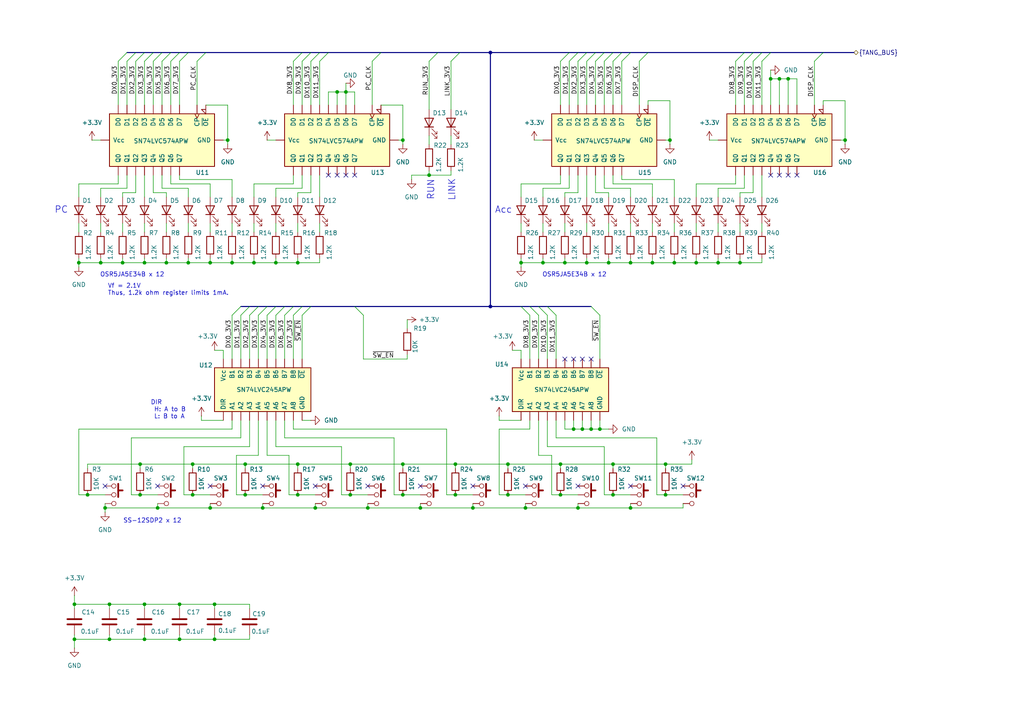
<source format=kicad_sch>
(kicad_sch (version 20250114) (generator "eeschema") (generator_version "9.0")
  (paper "A4")
  (title_block (title "PDP-8_IM6100") (date "2025-11-01") (rev "2.0") (company "@nosuz"))
  (text "OSR5JA5E34B x 12" (at 166.624 79.756 0) (effects (font (size 1.27 1.27))))
  (text "SS-12SDP2 x 12" (at 44.196 151.13 0) (effects (font (size 1.27 1.27))))
  (text "Vf = 2.1V\nThus, 1.2k ohm register limits 1mA." (at 31.242 84.074 0) (effects (font (size 1.27 1.27)) (justify left)))
  (text "LINK" (at 131.064 55.118 90) (effects (font (size 1.905 1.905))))
  (text "PC" (at 17.78 60.96 0) (effects (font (size 1.905 1.905))))
  (text "DIR\n H: A to B\n L: B to A" (at 43.688 118.872 0) (effects (font (size 1.27 1.27)) (justify left)))
  (text "OSR5JA5E34B x 12" (at 38.354 79.756 0) (effects (font (size 1.27 1.27))))
  (text "RUN" (at 124.968 55.118 90) (effects (font (size 1.905 1.905))))
  (text "Acc" (at 146.05 60.96 0) (effects (font (size 1.905 1.905))))
  (junction (at 71.12 134.62))
  (junction (at 157.48 76.2))
  (junction (at 40.64 143.51))
  (junction (at 91.44 147.32))
  (junction (at 116.84 143.51))
  (junction (at 177.8 134.62))
  (junction (at 86.36 134.62))
  (junction (at 25.4 143.51))
  (junction (at 170.18 76.2))
  (junction (at 147.32 143.51))
  (junction (at 177.8 143.51))
  (junction (at 30.48 147.32))
  (junction (at 193.04 134.62))
  (junction (at 67.31 76.2))
  (junction (at 60.96 147.32))
  (junction (at 73.66 76.2))
  (junction (at 152.4 147.32))
  (junction (at 151.13 76.2))
  (junction (at 101.6 143.51))
  (junction (at 54.61 76.2))
  (junction (at 21.59 175.26))
  (junction (at 80.01 76.2))
  (junction (at 31.75 185.42))
  (junction (at 29.21 76.2))
  (junction (at 121.92 147.32))
  (junction (at 86.36 76.2))
  (junction (at 22.86 76.2))
  (junction (at 245.11 40.64))
  (junction (at 162.56 134.62))
  (junction (at 132.08 134.62))
  (junction (at 163.83 76.2))
  (junction (at 48.26 76.2))
  (junction (at 194.31 40.64))
  (junction (at 132.08 143.51))
  (junction (at 189.23 76.2))
  (junction (at 52.07 175.26))
  (junction (at 62.23 185.42))
  (junction (at 40.64 134.62))
  (junction (at 166.37 124.46))
  (junction (at 137.16 147.32))
  (junction (at 214.63 76.2))
  (junction (at 97.79 26.67))
  (junction (at 41.91 185.42))
  (junction (at 106.68 147.32))
  (junction (at 182.88 147.32))
  (junction (at 55.88 134.62))
  (junction (at 100.33 26.67))
  (junction (at 101.6 134.62))
  (junction (at 182.88 76.2))
  (junction (at 21.59 185.42))
  (junction (at 171.45 124.46))
  (junction (at 173.99 124.46))
  (junction (at 142.24 88.9))
  (junction (at 176.53 76.2))
  (junction (at 116.84 134.62))
  (junction (at 76.2 147.32))
  (junction (at 228.6 22.86))
  (junction (at 62.23 175.26))
  (junction (at 66.04 40.64))
  (junction (at 147.32 134.62))
  (junction (at 168.91 124.46))
  (junction (at 226.06 22.86))
  (junction (at 41.91 76.2))
  (junction (at 208.28 76.2))
  (junction (at 86.36 143.51))
  (junction (at 31.75 175.26))
  (junction (at 52.07 185.42))
  (junction (at 193.04 143.51))
  (junction (at 195.58 76.2))
  (junction (at 55.88 143.51))
  (junction (at 162.56 143.51))
  (junction (at 60.96 76.2))
  (junction (at 45.72 147.32))
  (junction (at 35.56 76.2))
  (junction (at 223.52 22.86))
  (junction (at 201.93 76.2))
  (junction (at 116.84 40.64))
  (junction (at 71.12 143.51))
  (junction (at 41.91 175.26))
  (junction (at 124.46 50.8))
  (junction (at 167.64 147.32))
  (junction (at 142.24 15.24))
  (no_connect (at 231.14 50.8))
  (no_connect (at 166.37 104.14))
  (no_connect (at 102.87 50.8))
  (no_connect (at 30.48 140.97))
  (no_connect (at 228.6 50.8))
  (no_connect (at 163.83 104.14))
  (no_connect (at 91.44 140.97))
  (no_connect (at 137.16 140.97))
  (no_connect (at 95.25 50.8))
  (no_connect (at 182.88 140.97))
  (no_connect (at 167.64 140.97))
  (no_connect (at 168.91 104.14))
  (no_connect (at 226.06 50.8))
  (no_connect (at 121.92 140.97))
  (no_connect (at 198.12 140.97))
  (no_connect (at 100.33 50.8))
  (no_connect (at 97.79 50.8))
  (no_connect (at 152.4 140.97))
  (no_connect (at 171.45 104.14))
  (no_connect (at 223.52 50.8))
  (no_connect (at 76.2 140.97))
  (no_connect (at 106.68 140.97))
  (no_connect (at 45.72 140.97))
  (no_connect (at 60.96 140.97))
  (bus_entry (at 44.45 17.78) (size 2.54 -2.54))
  (bus_entry (at 90.17 17.78) (size 2.54 -2.54))
  (bus_entry (at 74.93 91.44) (size 2.54 -2.54))
  (bus_entry (at 57.15 17.78) (size 2.54 -2.54))
  (bus_entry (at 72.39 91.44) (size 2.54 -2.54))
  (bus_entry (at 170.18 17.78) (size 2.54 -2.54))
  (bus_entry (at 52.07 17.78) (size 2.54 -2.54))
  (bus_entry (at 218.44 17.78) (size 2.54 -2.54))
  (bus_entry (at 177.8 17.78) (size 2.54 -2.54))
  (bus_entry (at 34.29 17.78) (size 2.54 -2.54))
  (bus_entry (at 153.67 91.44) (size -2.54 -2.54))
  (bus_entry (at 46.99 17.78) (size 2.54 -2.54))
  (bus_entry (at 85.09 17.78) (size 2.54 -2.54))
  (bus_entry (at 87.63 17.78) (size 2.54 -2.54))
  (bus_entry (at 92.71 17.78) (size 2.54 -2.54))
  (bus_entry (at 124.46 17.78) (size 2.54 -2.54))
  (bus_entry (at 67.31 91.44) (size 2.54 -2.54))
  (bus_entry (at 69.85 91.44) (size 2.54 -2.54))
  (bus_entry (at 80.01 91.44) (size 2.54 -2.54))
  (bus_entry (at 172.72 17.78) (size 2.54 -2.54))
  (bus_entry (at 49.53 17.78) (size 2.54 -2.54))
  (bus_entry (at 185.42 17.78) (size 2.54 -2.54))
  (bus_entry (at 77.47 91.44) (size 2.54 -2.54))
  (bus_entry (at 173.99 91.44) (size -2.54 -2.54))
  (bus_entry (at 82.55 91.44) (size 2.54 -2.54))
  (bus_entry (at 236.22 17.78) (size 2.54 -2.54))
  (bus_entry (at 175.26 17.78) (size 2.54 -2.54))
  (bus_entry (at 105.41 91.44) (size -2.54 -2.54))
  (bus_entry (at 158.75 91.44) (size -2.54 -2.54))
  (bus_entry (at 130.81 17.78) (size 2.54 -2.54))
  (bus_entry (at 162.56 17.78) (size 2.54 -2.54))
  (bus_entry (at 161.29 91.44) (size -2.54 -2.54))
  (bus_entry (at 220.98 17.78) (size 2.54 -2.54))
  (bus_entry (at 213.36 17.78) (size 2.54 -2.54))
  (bus_entry (at 41.91 17.78) (size 2.54 -2.54))
  (bus_entry (at 107.95 17.78) (size 2.54 -2.54))
  (bus_entry (at 85.09 91.44) (size 2.54 -2.54))
  (bus_entry (at 36.83 17.78) (size 2.54 -2.54))
  (bus_entry (at 165.1 17.78) (size 2.54 -2.54))
  (bus_entry (at 215.9 17.78) (size 2.54 -2.54))
  (bus_entry (at 87.63 91.44) (size 2.54 -2.54))
  (bus_entry (at 180.34 17.78) (size 2.54 -2.54))
  (bus_entry (at 39.37 17.78) (size 2.54 -2.54))
  (bus_entry (at 167.64 17.78) (size 2.54 -2.54))
  (bus_entry (at 156.21 91.44) (size -2.54 -2.54))
  (wire (pts (xy 71.12 134.62) (xy 71.12 135.89)))
  (wire (pts (xy 92.71 17.78) (xy 92.71 30.48)))
  (wire (pts (xy 80.01 121.92) (xy 80.01 129.54)))
  (wire (pts (xy 119.38 52.07) (xy 119.38 50.8)))
  (wire (pts (xy 34.29 50.8) (xy 34.29 53.34)))
  (wire (pts (xy 60.96 147.32) (xy 76.2 147.32)))
  (wire (pts (xy 220.98 50.8) (xy 220.98 57.15)))
  (wire (pts (xy 25.4 134.62) (xy 25.4 135.89)))
  (wire (pts (xy 195.58 52.07) (xy 195.58 57.15)))
  (wire (pts (xy 162.56 53.34) (xy 151.13 53.34)))
  (wire (pts (xy 31.75 185.42) (xy 41.91 185.42)))
  (wire (pts (xy 167.64 55.88) (xy 163.83 55.88)))
  (bus (pts (xy 59.69 15.24) (xy 87.63 15.24)))
  (wire (pts (xy 177.8 17.78) (xy 177.8 30.48)))
  (wire (pts (xy 144.78 121.92) (xy 151.13 121.92)))
  (wire (pts (xy 39.37 55.88) (xy 35.56 55.88)))
  (wire (pts (xy 85.09 17.78) (xy 85.09 30.48)))
  (bus (pts (xy 215.9 15.24) (xy 218.44 15.24)))
  (bus (pts (xy 102.87 88.9) (xy 142.24 88.9)))
  (wire (pts (xy 77.47 132.08) (xy 83.82 132.08)))
  (bus (pts (xy 238.76 15.24) (xy 247.65 15.24)))
  (wire (pts (xy 97.79 30.48) (xy 97.79 26.67)))
  (wire (pts (xy 130.81 49.53) (xy 130.81 50.8)))
  (wire (pts (xy 170.18 76.2) (xy 163.83 76.2)))
  (bus (pts (xy 41.91 15.24) (xy 44.45 15.24)))
  (wire (pts (xy 30.48 147.32) (xy 45.72 147.32)))
  (wire (pts (xy 62.23 175.26) (xy 72.39 175.26)))
  (bus (pts (xy 90.17 88.9) (xy 102.87 88.9)))
  (wire (pts (xy 52.07 175.26) (xy 41.91 175.26)))
  (wire (pts (xy 87.63 121.92) (xy 90.17 121.92)))
  (wire (pts (xy 157.48 64.77) (xy 157.48 67.31)))
  (wire (pts (xy 132.08 143.51) (xy 137.16 143.51)))
  (wire (pts (xy 106.68 147.32) (xy 121.92 147.32)))
  (wire (pts (xy 82.55 127) (xy 114.3 127)))
  (wire (pts (xy 77.47 40.64) (xy 80.01 40.64)))
  (wire (pts (xy 68.58 132.08) (xy 68.58 143.51)))
  (wire (pts (xy 213.36 50.8) (xy 213.36 53.34)))
  (wire (pts (xy 54.61 74.93) (xy 54.61 76.2)))
  (wire (pts (xy 67.31 52.07) (xy 67.31 57.15)))
  (bus (pts (xy 156.21 88.9) (xy 158.75 88.9)))
  (wire (pts (xy 31.75 175.26) (xy 31.75 176.53)))
  (wire (pts (xy 87.63 54.61) (xy 80.01 54.61)))
  (wire (pts (xy 22.86 74.93) (xy 22.86 76.2)))
  (wire (pts (xy 147.32 134.62) (xy 162.56 134.62)))
  (wire (pts (xy 21.59 175.26) (xy 21.59 176.53)))
  (wire (pts (xy 72.39 129.54) (xy 53.34 129.54)))
  (wire (pts (xy 62.23 175.26) (xy 62.23 176.53)))
  (wire (pts (xy 172.72 17.78) (xy 172.72 30.48)))
  (wire (pts (xy 95.25 26.67) (xy 97.79 26.67)))
  (wire (pts (xy 170.18 17.78) (xy 170.18 30.48)))
  (wire (pts (xy 161.29 127) (xy 190.5 127)))
  (wire (pts (xy 161.29 121.92) (xy 161.29 127)))
  (wire (pts (xy 201.93 64.77) (xy 201.93 67.31)))
  (wire (pts (xy 147.32 143.51) (xy 144.78 143.51)))
  (wire (pts (xy 52.07 17.78) (xy 52.07 30.48)))
  (wire (pts (xy 173.99 121.92) (xy 173.99 124.46)))
  (wire (pts (xy 177.8 134.62) (xy 193.04 134.62)))
  (wire (pts (xy 114.3 127) (xy 114.3 143.51)))
  (wire (pts (xy 39.37 17.78) (xy 39.37 30.48)))
  (wire (pts (xy 130.81 17.78) (xy 130.81 31.75)))
  (wire (pts (xy 22.86 76.2) (xy 22.86 77.47)))
  (wire (pts (xy 35.56 64.77) (xy 35.56 67.31)))
  (wire (pts (xy 173.99 91.44) (xy 173.99 104.14)))
  (wire (pts (xy 52.07 185.42) (xy 62.23 185.42)))
  (wire (pts (xy 236.22 17.78) (xy 236.22 30.48)))
  (wire (pts (xy 165.1 54.61) (xy 157.48 54.61)))
  (wire (pts (xy 195.58 76.2) (xy 189.23 76.2)))
  (wire (pts (xy 95.25 30.48) (xy 95.25 26.67)))
  (wire (pts (xy 147.32 143.51) (xy 152.4 143.51)))
  (bus (pts (xy 82.55 88.9) (xy 85.09 88.9)))
  (wire (pts (xy 41.91 17.78) (xy 41.91 30.48)))
  (wire (pts (xy 124.46 49.53) (xy 124.46 50.8)))
  (wire (pts (xy 60.96 53.34) (xy 60.96 57.15)))
  (wire (pts (xy 41.91 74.93) (xy 41.91 76.2)))
  (bus (pts (xy 52.07 15.24) (xy 54.61 15.24)))
  (wire (pts (xy 189.23 53.34) (xy 189.23 57.15)))
  (wire (pts (xy 189.23 64.77) (xy 189.23 67.31)))
  (wire (pts (xy 30.48 146.05) (xy 30.48 147.32)))
  (wire (pts (xy 166.37 124.46) (xy 168.91 124.46)))
  (bus (pts (xy 92.71 15.24) (xy 95.25 15.24)))
  (wire (pts (xy 87.63 17.78) (xy 87.63 30.48)))
  (wire (pts (xy 116.84 40.64) (xy 116.84 41.91)))
  (wire (pts (xy 46.99 17.78) (xy 46.99 30.48)))
  (wire (pts (xy 22.86 64.77) (xy 22.86 67.31)))
  (wire (pts (xy 60.96 64.77) (xy 60.96 67.31)))
  (wire (pts (xy 121.92 147.32) (xy 137.16 147.32)))
  (wire (pts (xy 124.46 39.37) (xy 124.46 41.91)))
  (wire (pts (xy 29.21 54.61) (xy 29.21 57.15)))
  (wire (pts (xy 100.33 26.67) (xy 100.33 30.48)))
  (wire (pts (xy 165.1 17.78) (xy 165.1 30.48)))
  (wire (pts (xy 163.83 55.88) (xy 163.83 57.15)))
  (wire (pts (xy 182.88 64.77) (xy 182.88 67.31)))
  (wire (pts (xy 48.26 74.93) (xy 48.26 76.2)))
  (wire (pts (xy 171.45 124.46) (xy 173.99 124.46)))
  (wire (pts (xy 45.72 146.05) (xy 45.72 147.32)))
  (wire (pts (xy 187.96 29.21) (xy 194.31 29.21)))
  (wire (pts (xy 66.04 30.48) (xy 66.04 40.64)))
  (wire (pts (xy 215.9 17.78) (xy 215.9 30.48)))
  (wire (pts (xy 74.93 121.92) (xy 74.93 132.08)))
  (wire (pts (xy 31.75 184.15) (xy 31.75 185.42)))
  (wire (pts (xy 153.67 91.44) (xy 153.67 104.14)))
  (wire (pts (xy 170.18 64.77) (xy 170.18 67.31)))
  (wire (pts (xy 175.26 54.61) (xy 182.88 54.61)))
  (wire (pts (xy 64.77 101.6) (xy 64.77 104.14)))
  (wire (pts (xy 55.88 134.62) (xy 71.12 134.62)))
  (bus (pts (xy 110.49 15.24) (xy 127 15.24)))
  (wire (pts (xy 137.16 146.05) (xy 137.16 147.32)))
  (wire (pts (xy 177.8 50.8) (xy 177.8 53.34)))
  (wire (pts (xy 228.6 22.86) (xy 231.14 22.86)))
  (bus (pts (xy 74.93 88.9) (xy 77.47 88.9)))
  (wire (pts (xy 163.83 64.77) (xy 163.83 67.31)))
  (bus (pts (xy 87.63 88.9) (xy 90.17 88.9)))
  (wire (pts (xy 67.31 74.93) (xy 67.31 76.2)))
  (bus (pts (xy 223.52 15.24) (xy 238.76 15.24)))
  (wire (pts (xy 52.07 50.8) (xy 52.07 52.07)))
  (wire (pts (xy 86.36 76.2) (xy 80.01 76.2)))
  (bus (pts (xy 220.98 15.24) (xy 223.52 15.24)))
  (wire (pts (xy 26.67 40.64) (xy 29.21 40.64)))
  (wire (pts (xy 226.06 22.86) (xy 228.6 22.86)))
  (wire (pts (xy 162.56 143.51) (xy 160.02 143.51)))
  (wire (pts (xy 45.72 147.32) (xy 60.96 147.32)))
  (wire (pts (xy 110.49 30.48) (xy 116.84 30.48)))
  (wire (pts (xy 201.93 74.93) (xy 201.93 76.2)))
  (bus (pts (xy 49.53 15.24) (xy 52.07 15.24)))
  (wire (pts (xy 165.1 50.8) (xy 165.1 54.61)))
  (bus (pts (xy 80.01 88.9) (xy 82.55 88.9)))
  (wire (pts (xy 176.53 55.88) (xy 176.53 57.15)))
  (wire (pts (xy 64.77 40.64) (xy 66.04 40.64)))
  (bus (pts (xy 87.63 15.24) (xy 90.17 15.24)))
  (wire (pts (xy 153.67 124.46) (xy 144.78 124.46)))
  (bus (pts (xy 142.24 15.24) (xy 165.1 15.24)))
  (wire (pts (xy 41.91 50.8) (xy 41.91 57.15)))
  (wire (pts (xy 49.53 17.78) (xy 49.53 30.48)))
  (wire (pts (xy 151.13 53.34) (xy 151.13 57.15)))
  (wire (pts (xy 41.91 175.26) (xy 41.91 176.53)))
  (wire (pts (xy 190.5 127) (xy 190.5 143.51)))
  (wire (pts (xy 166.37 121.92) (xy 166.37 124.46)))
  (wire (pts (xy 97.79 26.67) (xy 100.33 26.67)))
  (bus (pts (xy 54.61 15.24) (xy 59.69 15.24)))
  (wire (pts (xy 201.93 76.2) (xy 195.58 76.2)))
  (wire (pts (xy 223.52 20.32) (xy 223.52 22.86)))
  (wire (pts (xy 85.09 91.44) (xy 85.09 104.14)))
  (wire (pts (xy 21.59 184.15) (xy 21.59 185.42)))
  (wire (pts (xy 71.12 143.51) (xy 68.58 143.51)))
  (wire (pts (xy 238.76 30.48) (xy 238.76 29.21)))
  (wire (pts (xy 40.64 134.62) (xy 40.64 135.89)))
  (wire (pts (xy 35.56 76.2) (xy 29.21 76.2)))
  (bus (pts (xy 182.88 15.24) (xy 187.96 15.24)))
  (wire (pts (xy 214.63 55.88) (xy 214.63 57.15)))
  (wire (pts (xy 21.59 185.42) (xy 21.59 187.96)))
  (bus (pts (xy 77.47 88.9) (xy 80.01 88.9)))
  (wire (pts (xy 62.23 184.15) (xy 62.23 185.42)))
  (wire (pts (xy 132.08 134.62) (xy 132.08 135.89)))
  (wire (pts (xy 180.34 52.07) (xy 195.58 52.07)))
  (wire (pts (xy 77.47 121.92) (xy 77.47 132.08)))
  (bus (pts (xy 39.37 15.24) (xy 41.91 15.24)))
  (wire (pts (xy 228.6 22.86) (xy 228.6 30.48)))
  (wire (pts (xy 66.04 40.64) (xy 66.04 41.91)))
  (wire (pts (xy 148.59 101.6) (xy 151.13 101.6)))
  (bus (pts (xy 167.64 15.24) (xy 170.18 15.24)))
  (wire (pts (xy 193.04 143.51) (xy 190.5 143.51)))
  (wire (pts (xy 91.44 146.05) (xy 91.44 147.32)))
  (wire (pts (xy 72.39 91.44) (xy 72.39 104.14)))
  (wire (pts (xy 83.82 132.08) (xy 83.82 143.51)))
  (wire (pts (xy 29.21 76.2) (xy 22.86 76.2)))
  (bus (pts (xy 72.39 88.9) (xy 74.93 88.9)))
  (wire (pts (xy 80.01 91.44) (xy 80.01 104.14)))
  (wire (pts (xy 132.08 134.62) (xy 147.32 134.62)))
  (wire (pts (xy 177.8 143.51) (xy 182.88 143.51)))
  (wire (pts (xy 85.09 124.46) (xy 129.54 124.46)))
  (bus (pts (xy 153.67 88.9) (xy 156.21 88.9)))
  (wire (pts (xy 67.31 121.92) (xy 67.31 124.46)))
  (wire (pts (xy 182.88 147.32) (xy 198.12 147.32)))
  (wire (pts (xy 41.91 64.77) (xy 41.91 67.31)))
  (wire (pts (xy 170.18 74.93) (xy 170.18 76.2)))
  (wire (pts (xy 86.36 134.62) (xy 86.36 135.89)))
  (wire (pts (xy 182.88 54.61) (xy 182.88 57.15)))
  (wire (pts (xy 167.64 17.78) (xy 167.64 30.48)))
  (wire (pts (xy 74.93 132.08) (xy 68.58 132.08)))
  (wire (pts (xy 36.83 17.78) (xy 36.83 30.48)))
  (bus (pts (xy 172.72 15.24) (xy 175.26 15.24)))
  (wire (pts (xy 214.63 76.2) (xy 208.28 76.2)))
  (wire (pts (xy 91.44 147.32) (xy 106.68 147.32)))
  (wire (pts (xy 218.44 55.88) (xy 214.63 55.88)))
  (wire (pts (xy 21.59 185.42) (xy 31.75 185.42)))
  (wire (pts (xy 162.56 134.62) (xy 162.56 135.89)))
  (wire (pts (xy 173.99 124.46) (xy 176.53 124.46)))
  (wire (pts (xy 156.21 91.44) (xy 156.21 104.14)))
  (wire (pts (xy 116.84 30.48) (xy 116.84 40.64)))
  (wire (pts (xy 158.75 91.44) (xy 158.75 104.14)))
  (wire (pts (xy 34.29 17.78) (xy 34.29 30.48)))
  (wire (pts (xy 67.31 124.46) (xy 22.86 124.46)))
  (wire (pts (xy 194.31 40.64) (xy 194.31 41.91)))
  (wire (pts (xy 151.13 74.93) (xy 151.13 76.2)))
  (wire (pts (xy 52.07 175.26) (xy 62.23 175.26)))
  (wire (pts (xy 80.01 74.93) (xy 80.01 76.2)))
  (wire (pts (xy 182.88 76.2) (xy 176.53 76.2)))
  (wire (pts (xy 86.36 134.62) (xy 101.6 134.62)))
  (wire (pts (xy 118.11 92.71) (xy 118.11 95.25)))
  (wire (pts (xy 48.26 76.2) (xy 41.91 76.2)))
  (wire (pts (xy 105.41 91.44) (xy 105.41 104.14)))
  (wire (pts (xy 62.23 101.6) (xy 64.77 101.6)))
  (wire (pts (xy 129.54 124.46) (xy 129.54 143.51)))
  (wire (pts (xy 162.56 134.62) (xy 177.8 134.62)))
  (bus (pts (xy 177.8 15.24) (xy 180.34 15.24)))
  (wire (pts (xy 90.17 50.8) (xy 90.17 55.88)))
  (wire (pts (xy 167.64 146.05) (xy 167.64 147.32)))
  (wire (pts (xy 157.48 54.61) (xy 157.48 57.15)))
  (wire (pts (xy 119.38 50.8) (xy 124.46 50.8)))
  (wire (pts (xy 163.83 121.92) (xy 163.83 124.46)))
  (wire (pts (xy 177.8 53.34) (xy 189.23 53.34)))
  (wire (pts (xy 170.18 50.8) (xy 170.18 57.15)))
  (wire (pts (xy 86.36 64.77) (xy 86.36 67.31)))
  (wire (pts (xy 193.04 40.64) (xy 194.31 40.64)))
  (wire (pts (xy 157.48 74.93) (xy 157.48 76.2)))
  (wire (pts (xy 41.91 76.2) (xy 35.56 76.2)))
  (bus (pts (xy 165.1 15.24) (xy 167.64 15.24)))
  (wire (pts (xy 243.84 40.64) (xy 245.11 40.64)))
  (wire (pts (xy 152.4 146.05) (xy 152.4 147.32)))
  (wire (pts (xy 189.23 74.93) (xy 189.23 76.2)))
  (wire (pts (xy 49.53 53.34) (xy 60.96 53.34)))
  (wire (pts (xy 60.96 146.05) (xy 60.96 147.32)))
  (wire (pts (xy 187.96 29.21) (xy 187.96 30.48)))
  (wire (pts (xy 151.13 64.77) (xy 151.13 67.31)))
  (wire (pts (xy 73.66 76.2) (xy 67.31 76.2)))
  (wire (pts (xy 118.11 104.14) (xy 118.11 102.87)))
  (wire (pts (xy 194.31 29.21) (xy 194.31 40.64)))
  (wire (pts (xy 214.63 74.93) (xy 214.63 76.2)))
  (wire (pts (xy 156.21 121.92) (xy 156.21 132.08)))
  (wire (pts (xy 102.87 26.67) (xy 102.87 30.48)))
  (wire (pts (xy 195.58 74.93) (xy 195.58 76.2)))
  (wire (pts (xy 85.09 121.92) (xy 85.09 124.46)))
  (wire (pts (xy 162.56 17.78) (xy 162.56 30.48)))
  (wire (pts (xy 238.76 29.21) (xy 245.11 29.21)))
  (wire (pts (xy 82.55 121.92) (xy 82.55 127)))
  (bus (pts (xy 170.18 15.24) (xy 172.72 15.24)))
  (wire (pts (xy 92.71 74.93) (xy 92.71 76.2)))
  (wire (pts (xy 158.75 129.54) (xy 175.26 129.54)))
  (wire (pts (xy 218.44 50.8) (xy 218.44 55.88)))
  (wire (pts (xy 193.04 143.51) (xy 198.12 143.51)))
  (wire (pts (xy 46.99 50.8) (xy 46.99 54.61)))
  (wire (pts (xy 58.42 121.92) (xy 64.77 121.92)))
  (bus (pts (xy 36.83 15.24) (xy 39.37 15.24)))
  (bus (pts (xy 142.24 88.9) (xy 151.13 88.9)))
  (wire (pts (xy 157.48 76.2) (xy 151.13 76.2)))
  (wire (pts (xy 71.12 134.62) (xy 86.36 134.62)))
  (wire (pts (xy 152.4 147.32) (xy 167.64 147.32)))
  (wire (pts (xy 156.21 132.08) (xy 160.02 132.08)))
  (wire (pts (xy 73.66 74.93) (xy 73.66 76.2)))
  (wire (pts (xy 175.26 50.8) (xy 175.26 54.61)))
  (wire (pts (xy 107.95 17.78) (xy 107.95 30.48)))
  (wire (pts (xy 52.07 184.15) (xy 52.07 185.42)))
  (wire (pts (xy 161.29 91.44) (xy 161.29 104.14)))
  (wire (pts (xy 101.6 134.62) (xy 116.84 134.62)))
  (wire (pts (xy 54.61 54.61) (xy 54.61 57.15)))
  (wire (pts (xy 172.72 50.8) (xy 172.72 55.88)))
  (wire (pts (xy 154.94 40.64) (xy 157.48 40.64)))
  (wire (pts (xy 73.66 64.77) (xy 73.66 67.31)))
  (wire (pts (xy 85.09 50.8) (xy 85.09 53.34)))
  (wire (pts (xy 105.41 104.14) (xy 118.11 104.14)))
  (bus (pts (xy 44.45 15.24) (xy 46.99 15.24)))
  (wire (pts (xy 31.75 175.26) (xy 21.59 175.26)))
  (wire (pts (xy 72.39 121.92) (xy 72.39 129.54)))
  (wire (pts (xy 182.88 74.93) (xy 182.88 76.2)))
  (bus (pts (xy 175.26 15.24) (xy 177.8 15.24)))
  (wire (pts (xy 80.01 64.77) (xy 80.01 67.31)))
  (wire (pts (xy 54.61 64.77) (xy 54.61 67.31)))
  (wire (pts (xy 160.02 132.08) (xy 160.02 143.51)))
  (wire (pts (xy 35.56 74.93) (xy 35.56 76.2)))
  (wire (pts (xy 36.83 50.8) (xy 36.83 54.61)))
  (wire (pts (xy 80.01 54.61) (xy 80.01 57.15)))
  (wire (pts (xy 72.39 184.15) (xy 72.39 185.42)))
  (wire (pts (xy 158.75 121.92) (xy 158.75 129.54)))
  (wire (pts (xy 55.88 143.51) (xy 53.34 143.51)))
  (wire (pts (xy 29.21 64.77) (xy 29.21 67.31)))
  (wire (pts (xy 137.16 147.32) (xy 152.4 147.32)))
  (wire (pts (xy 151.13 101.6) (xy 151.13 104.14)))
  (wire (pts (xy 177.8 134.62) (xy 177.8 135.89)))
  (wire (pts (xy 176.53 76.2) (xy 170.18 76.2)))
  (wire (pts (xy 101.6 143.51) (xy 99.06 143.51)))
  (wire (pts (xy 67.31 64.77) (xy 67.31 67.31)))
  (wire (pts (xy 172.72 55.88) (xy 176.53 55.88)))
  (bus (pts (xy 46.99 15.24) (xy 49.53 15.24)))
  (bus (pts (xy 69.85 88.9) (xy 72.39 88.9)))
  (wire (pts (xy 58.42 120.65) (xy 58.42 121.92)))
  (wire (pts (xy 218.44 17.78) (xy 218.44 30.48)))
  (bus (pts (xy 218.44 15.24) (xy 220.98 15.24)))
  (wire (pts (xy 82.55 91.44) (xy 82.55 104.14)))
  (wire (pts (xy 36.83 54.61) (xy 29.21 54.61)))
  (wire (pts (xy 41.91 175.26) (xy 31.75 175.26)))
  (wire (pts (xy 22.86 53.34) (xy 22.86 57.15)))
  (wire (pts (xy 189.23 76.2) (xy 182.88 76.2)))
  (wire (pts (xy 53.34 129.54) (xy 53.34 143.51)))
  (wire (pts (xy 86.36 74.93) (xy 86.36 76.2)))
  (wire (pts (xy 115.57 40.64) (xy 116.84 40.64)))
  (wire (pts (xy 86.36 55.88) (xy 86.36 57.15)))
  (wire (pts (xy 92.71 64.77) (xy 92.71 67.31)))
  (bus (pts (xy 180.34 15.24) (xy 182.88 15.24)))
  (wire (pts (xy 124.46 17.78) (xy 124.46 31.75)))
  (wire (pts (xy 144.78 120.65) (xy 144.78 121.92)))
  (wire (pts (xy 85.09 53.34) (xy 73.66 53.34)))
  (wire (pts (xy 245.11 29.21) (xy 245.11 40.64)))
  (wire (pts (xy 92.71 50.8) (xy 92.71 57.15)))
  (wire (pts (xy 25.4 143.51) (xy 22.86 143.51)))
  (wire (pts (xy 171.45 121.92) (xy 171.45 124.46)))
  (wire (pts (xy 151.13 76.2) (xy 151.13 77.47)))
  (wire (pts (xy 163.83 124.46) (xy 166.37 124.46)))
  (bus (pts (xy 158.75 88.9) (xy 171.45 88.9)))
  (wire (pts (xy 100.33 24.13) (xy 100.33 26.67)))
  (wire (pts (xy 40.64 134.62) (xy 55.88 134.62)))
  (wire (pts (xy 29.21 74.93) (xy 29.21 76.2)))
  (wire (pts (xy 87.63 91.44) (xy 87.63 104.14)))
  (bus (pts (xy 90.17 15.24) (xy 92.71 15.24)))
  (wire (pts (xy 38.1 127) (xy 38.1 143.51)))
  (wire (pts (xy 76.2 147.32) (xy 91.44 147.32)))
  (wire (pts (xy 25.4 143.51) (xy 30.48 143.51)))
  (bus (pts (xy 127 15.24) (xy 133.35 15.24)))
  (wire (pts (xy 198.12 146.05) (xy 198.12 147.32)))
  (wire (pts (xy 208.28 74.93) (xy 208.28 76.2)))
  (wire (pts (xy 168.91 121.92) (xy 168.91 124.46)))
  (wire (pts (xy 86.36 143.51) (xy 91.44 143.51)))
  (wire (pts (xy 144.78 124.46) (xy 144.78 143.51)))
  (wire (pts (xy 99.06 129.54) (xy 99.06 143.51)))
  (wire (pts (xy 67.31 76.2) (xy 60.96 76.2)))
  (wire (pts (xy 214.63 64.77) (xy 214.63 67.31)))
  (wire (pts (xy 201.93 53.34) (xy 201.93 57.15)))
  (wire (pts (xy 176.53 74.93) (xy 176.53 76.2)))
  (wire (pts (xy 147.32 134.62) (xy 147.32 135.89)))
  (wire (pts (xy 48.26 64.77) (xy 48.26 67.31)))
  (wire (pts (xy 167.64 50.8) (xy 167.64 55.88)))
  (wire (pts (xy 163.83 76.2) (xy 157.48 76.2)))
  (wire (pts (xy 213.36 17.78) (xy 213.36 30.48)))
  (wire (pts (xy 101.6 143.51) (xy 106.68 143.51)))
  (wire (pts (xy 41.91 185.42) (xy 52.07 185.42)))
  (wire (pts (xy 40.64 143.51) (xy 38.1 143.51)))
  (wire (pts (xy 41.91 184.15) (xy 41.91 185.42)))
  (wire (pts (xy 153.67 121.92) (xy 153.67 124.46)))
  (bus (pts (xy 142.24 15.24) (xy 142.24 88.9)))
  (wire (pts (xy 116.84 134.62) (xy 116.84 135.89)))
  (wire (pts (xy 80.01 76.2) (xy 73.66 76.2)))
  (wire (pts (xy 121.92 146.05) (xy 121.92 147.32)))
  (wire (pts (xy 220.98 76.2) (xy 214.63 76.2)))
  (wire (pts (xy 54.61 76.2) (xy 48.26 76.2)))
  (wire (pts (xy 60.96 74.93) (xy 60.96 76.2)))
  (bus (pts (xy 187.96 15.24) (xy 215.9 15.24)))
  (wire (pts (xy 195.58 64.77) (xy 195.58 67.31)))
  (wire (pts (xy 168.91 124.46) (xy 171.45 124.46)))
  (wire (pts (xy 67.31 91.44) (xy 67.31 104.14)))
  (wire (pts (xy 245.11 40.64) (xy 245.11 41.91)))
  (wire (pts (xy 215.9 50.8) (xy 215.9 54.61)))
  (wire (pts (xy 72.39 176.53) (xy 72.39 175.26)))
  (wire (pts (xy 21.59 175.26) (xy 21.59 172.72)))
  (bus (pts (xy 133.35 15.24) (xy 142.24 15.24)))
  (wire (pts (xy 193.04 134.62) (xy 193.04 135.89)))
  (wire (pts (xy 163.83 74.93) (xy 163.83 76.2)))
  (wire (pts (xy 213.36 53.34) (xy 201.93 53.34)))
  (wire (pts (xy 57.15 17.78) (xy 57.15 30.48)))
  (wire (pts (xy 86.36 143.51) (xy 83.82 143.51)))
  (wire (pts (xy 167.64 147.32) (xy 182.88 147.32)))
  (wire (pts (xy 44.45 55.88) (xy 48.26 55.88)))
  (wire (pts (xy 130.81 50.8) (xy 124.46 50.8)))
  (wire (pts (xy 46.99 54.61) (xy 54.61 54.61)))
  (wire (pts (xy 116.84 143.51) (xy 114.3 143.51)))
  (wire (pts (xy 231.14 22.86) (xy 231.14 30.48)))
  (wire (pts (xy 74.93 91.44) (xy 74.93 104.14)))
  (bus (pts (xy 85.09 88.9) (xy 87.63 88.9)))
  (wire (pts (xy 59.69 30.48) (xy 66.04 30.48)))
  (wire (pts (xy 90.17 17.78) (xy 90.17 30.48)))
  (wire (pts (xy 180.34 17.78) (xy 180.34 30.48)))
  (bus (pts (xy 95.25 15.24) (xy 110.49 15.24)))
  (wire (pts (xy 180.34 50.8) (xy 180.34 52.07)))
  (wire (pts (xy 52.07 52.07) (xy 67.31 52.07)))
  (wire (pts (xy 223.52 30.48) (xy 223.52 22.86)))
  (wire (pts (xy 223.52 22.86) (xy 226.06 22.86)))
  (wire (pts (xy 25.4 134.62) (xy 40.64 134.62)))
  (wire (pts (xy 77.47 91.44) (xy 77.47 104.14)))
  (wire (pts (xy 69.85 127) (xy 38.1 127)))
  (wire (pts (xy 49.53 50.8) (xy 49.53 53.34)))
  (wire (pts (xy 208.28 76.2) (xy 201.93 76.2)))
  (wire (pts (xy 200.66 133.35) (xy 200.66 134.62)))
  (wire (pts (xy 69.85 121.92) (xy 69.85 127)))
  (wire (pts (xy 102.87 26.67) (xy 100.33 26.67)))
  (wire (pts (xy 220.98 17.78) (xy 220.98 30.48)))
  (wire (pts (xy 226.06 22.86) (xy 226.06 30.48)))
  (wire (pts (xy 220.98 74.93) (xy 220.98 76.2)))
  (wire (pts (xy 87.63 50.8) (xy 87.63 54.61)))
  (wire (pts (xy 175.26 129.54) (xy 175.26 143.51)))
  (wire (pts (xy 205.74 40.64) (xy 208.28 40.64)))
  (wire (pts (xy 30.48 147.32) (xy 30.48 148.59)))
  (wire (pts (xy 40.64 143.51) (xy 45.72 143.51)))
  (wire (pts (xy 44.45 17.78) (xy 44.45 30.48)))
  (wire (pts (xy 101.6 134.62) (xy 101.6 135.89)))
  (wire (pts (xy 220.98 64.77) (xy 220.98 67.31)))
  (wire (pts (xy 116.84 143.51) (xy 121.92 143.51)))
  (wire (pts (xy 182.88 146.05) (xy 182.88 147.32)))
  (wire (pts (xy 60.96 76.2) (xy 54.61 76.2)))
  (wire (pts (xy 48.26 55.88) (xy 48.26 57.15)))
  (wire (pts (xy 116.84 134.62) (xy 132.08 134.62)))
  (wire (pts (xy 177.8 143.51) (xy 175.26 143.51)))
  (wire (pts (xy 62.23 185.42) (xy 72.39 185.42)))
  (bus (pts (xy 151.13 88.9) (xy 153.67 88.9)))
  (wire (pts (xy 215.9 54.61) (xy 208.28 54.61)))
  (wire (pts (xy 76.2 146.05) (xy 76.2 147.32)))
  (wire (pts (xy 106.68 146.05) (xy 106.68 147.32)))
  (wire (pts (xy 34.29 53.34) (xy 22.86 53.34)))
  (wire (pts (xy 52.07 176.53) (xy 52.07 175.26)))
  (wire (pts (xy 73.66 53.34) (xy 73.66 57.15)))
  (wire (pts (xy 130.81 39.37) (xy 130.81 41.91)))
  (wire (pts (xy 90.17 55.88) (xy 86.36 55.88)))
  (wire (pts (xy 55.88 134.62) (xy 55.88 135.89)))
  (wire (pts (xy 162.56 50.8) (xy 162.56 53.34)))
  (wire (pts (xy 35.56 55.88) (xy 35.56 57.15)))
  (wire (pts (xy 71.12 143.51) (xy 76.2 143.51)))
  (wire (pts (xy 175.26 17.78) (xy 175.26 30.48)))
  (wire (pts (xy 132.08 143.51) (xy 129.54 143.51)))
  (wire (pts (xy 39.37 50.8) (xy 39.37 55.88)))
  (wire (pts (xy 22.86 124.46) (xy 22.86 143.51)))
  (wire (pts (xy 208.28 64.77) (xy 208.28 67.31)))
  (wire (pts (xy 44.45 50.8) (xy 44.45 55.88)))
  (wire (pts (xy 208.28 54.61) (xy 208.28 57.15)))
  (wire (pts (xy 176.53 64.77) (xy 176.53 67.31)))
  (wire (pts (xy 185.42 17.78) (xy 185.42 30.48)))
  (wire (pts (xy 193.04 134.62) (xy 200.66 134.62)))
  (wire (pts (xy 162.56 143.51) (xy 167.64 143.51)))
  (wire (pts (xy 55.88 143.51) (xy 60.96 143.51)))
  (wire (pts (xy 69.85 91.44) (xy 69.85 104.14)))
  (wire (pts (xy 92.71 76.2) (xy 86.36 76.2)))
  (wire (pts (xy 80.01 129.54) (xy 99.06 129.54)))
  (label "DX2_3V3" (at 167.64 19.05 270))
  (label "DX8_3V3" (at 213.36 19.05 270))
  (label "DX10_3V3" (at 218.44 19.05 270))
  (label "DX2_3V3" (at 39.37 19.05 270))
  (label "DX8_3V3" (at 85.09 19.05 270))
  (label "DX6_3V3" (at 177.8 19.05 270))
  (label "DX9_3V3" (at 87.63 19.05 270))
  (label "DX6_3V3" (at 82.55 92.71 270))
  (label "DX7_3V3" (at 85.09 92.71 270))
  (label "DX7_3V3" (at 180.34 19.05 270))
  (label "DX1_3V3" (at 165.1 19.05 270))
  (label "DX9_3V3" (at 215.9 19.05 270))
  (label "DX11_3V3" (at 92.71 19.05 270))
  (label "DX0_3V3" (at 34.29 19.05 270))
  (label "DX8_3V3" (at 153.67 92.71 270))
  (label "~{SW_EN}" (at 87.63 92.71 270))
  (label "DX4_3V3" (at 77.47 92.71 270))
  (label "~{SW_EN}" (at 114.3 104.14 180))
  (label "DISP_CLK" (at 236.22 19.05 270))
  (label "DX3_3V3" (at 74.93 92.71 270))
  (label "DX4_3V3" (at 44.45 19.05 270))
  (label "PC_CLK" (at 57.15 19.05 270))
  (label "DX1_3V3" (at 36.83 19.05 270))
  (label "DX3_3V3" (at 41.91 19.05 270))
  (label "DX9_3V3" (at 156.21 92.71 270))
  (label "DX4_3V3" (at 172.72 19.05 270))
  (label "DX1_3V3" (at 69.85 92.71 270))
  (label "DX0_3V3" (at 67.31 92.71 270))
  (label "LINK_3V3" (at 130.81 19.05 270))
  (label "RUN_3V3" (at 124.46 19.05 270))
  (label "DX6_3V3" (at 49.53 19.05 270))
  (label "DX2_3V3" (at 72.39 92.71 270))
  (label "DX5_3V3" (at 46.99 19.05 270))
  (label "DX10_3V3" (at 158.75 92.71 270))
  (label "~{SW_EN}" (at 173.99 92.71 270))
  (label "DX11_3V3" (at 161.29 92.71 270))
  (label "DX5_3V3" (at 175.26 19.05 270))
  (label "DX10_3V3" (at 90.17 19.05 270))
  (label "DX3_3V3" (at 170.18 19.05 270))
  (label "DX11_3V3" (at 220.98 19.05 270))
  (label "PC_CLK" (at 107.95 19.05 270))
  (label "DX7_3V3" (at 52.07 19.05 270))
  (label "DX0_3V3" (at 162.56 19.05 270))
  (label "DISP_CLK" (at 185.42 19.05 270))
  (label "DX5_3V3" (at 80.01 92.71 270))
  (hierarchical_label "{TANG_BUS}" (shape bidirectional) (at 247.65 15.24 0))
  (symbol (lib_id "Device:LED") (at 201.93 60.96 90) (unit 1)
    (property "Reference" "D23" (at 202.946 58.166 90) (effects (justify right)))
    (property "Value" "OSR5JA5E34B" (effects (hide yes)))
    (property "Footprint" "0my_project:LED_5mm" (effects (hide yes)))
    (property "Description" "Light emitting diode" (effects (hide yes)))
    (property "Sim.Pins" "1=K 2=A" (effects (hide yes)))
    (property "Akizuki" "112605" (effects (hide yes)))
  )
  (symbol (lib_id "power:+3.3V") (at 118.11 92.71 270) (unit 1)
    (property "Reference" "#PWR054" (effects (hide yes)))
    (property "Value" "+3.3V" (at 124.46 92.71 90))
    (property "Description" "Power symbol creates a global label with name \"+3.3V\"" (effects (hide yes)))
  )
  (symbol (lib_id "Device:R") (at 157.48 71.12 0) (unit 1)
    (property "Reference" "R27" (at 158.75 67.564 0) (effects (justify left)))
    (property "Value" "1.2K" (at 160.274 75.438 90) (effects (justify left)))
    (property "Footprint" "0my_project:R_1608_0603" (effects (hide yes)))
    (property "Description" "Resistor" (effects (hide yes)))
    (property "LCSC" "C22765" (effects (hide yes)))
  )
  (symbol (lib_id "Device:LED") (at 157.48 60.96 90) (unit 1)
    (property "Reference" "D16" (at 158.496 58.166 90) (effects (justify right)))
    (property "Value" "OSR5JA5E34B" (effects (hide yes)))
    (property "Footprint" "0my_project:LED_5mm" (effects (hide yes)))
    (property "Description" "Light emitting diode" (effects (hide yes)))
    (property "Sim.Pins" "1=K 2=A" (effects (hide yes)))
    (property "Akizuki" "112605" (effects (hide yes)))
  )
  (symbol (lib_id "power:+3.3V") (at 21.59 172.72 0) (unit 1)
    (property "Reference" "#PWR044" (effects (hide yes)))
    (property "Value" "+3.3V" (at 21.59 167.64 0))
    (property "Description" "Power symbol creates a global label with name \"+3.3V\"" (effects (hide yes)))
  )
  (symbol (lib_id "Device:LED") (at 220.98 60.96 90) (unit 1)
    (property "Reference" "D26" (at 221.996 58.166 90) (effects (justify right)))
    (property "Value" "OSR5JA5E34B" (effects (hide yes)))
    (property "Footprint" "0my_project:LED_5mm" (effects (hide yes)))
    (property "Description" "Light emitting diode" (effects (hide yes)))
    (property "Sim.Pins" "1=K 2=A" (effects (hide yes)))
    (property "Akizuki" "112605" (effects (hide yes)))
  )
  (symbol (lib_id "0my_project:SN74LVC245APW") (at 162.56 113.03 90) (unit 1)
    (property "Reference" "U14" (at 145.542 105.664 90))
    (property "Value" "SN74LVC245APW" (at 170.942 113.03 90) (effects (justify left)))
    (property "Footprint" "0my_project:TSSOP-20_TI-PW" (effects (hide yes)))
    (property "Datasheet" "https://www.ti.com/lit/ds/symlink/sn74lvc245a.pdf" (effects (hide yes)))
    (property "Description" "Octal Bus Transceiver With 3-State Outputs" (effects (hide yes)))
    (property "LCSC" "C7848" (effects (hide yes)))
  )
  (symbol (lib_id "Device:C") (at 62.23 180.34 0) (unit 1)
    (property "Reference" "C18" (at 63.246 178.054 0) (effects (justify left)))
    (property "Value" "0.1uF" (at 63.246 182.88 0) (effects (justify left)))
    (property "Footprint" "0my_project:C_1608_0603" (effects (hide yes)))
    (property "Description" "Unpolarized capacitor" (effects (hide yes)))
    (property "LCSC" "C14663" (effects (hide yes)))
  )
  (symbol (lib_id "power:+3.3V") (at 144.78 120.65 0) (unit 1)
    (property "Reference" "#PWR058" (effects (hide yes)))
    (property "Value" "+3.3V" (at 144.78 115.57 0))
    (property "Description" "Power symbol creates a global label with name \"+3.3V\"" (effects (hide yes)))
  )
  (symbol (lib_id "0my_project:SS-12SDP2") (at 200.66 143.51 0) (unit 1)
    (property "Reference" "SW12" (at 199.136 138.684 0) (effects (justify left)))
    (property "Value" "SS-12SDP2" (effects (hide yes)))
    (property "Footprint" "0my_project:SS-12SDP2" (effects (hide yes)))
    (property "Datasheet" "https://akizukidenshi.com/goodsaffix/ss.pdf" (effects (hide yes)))
    (property "Description" "slide switch 1 circuit 3P" (effects (hide yes)))
    (property "Akizuki" "115643" (effects (hide yes)))
  )
  (symbol (lib_id "power:GND") (at 22.86 77.47 0) (unit 1)
    (property "Reference" "#PWR046" (effects (hide yes)))
    (property "Value" "GND" (at 22.86 82.55 0))
    (property "Description" "Power symbol creates a global label with name \"GND\" , ground" (effects (hide yes)))
  )
  (symbol (lib_id "Device:R") (at 86.36 139.7 0) (unit 1)
    (property "Reference" "R17" (at 87.63 136.144 0) (effects (justify left)))
    (property "Value" "10K" (at 88.9 142.24 90) (effects (justify left)))
    (property "Footprint" "0my_project:R_1608_0603" (effects (hide yes)))
    (property "Description" "Resistor" (effects (hide yes)))
    (property "LCSC" "C25804" (effects (hide yes)))
  )
  (symbol (lib_id "Device:LED") (at 35.56 60.96 90) (unit 1)
    (property "Reference" "D3" (at 36.576 58.166 90) (effects (justify right)))
    (property "Value" "OSR5JA5E34B" (effects (hide yes)))
    (property "Footprint" "0my_project:LED_5mm" (effects (hide yes)))
    (property "Description" "Light emitting diode" (effects (hide yes)))
    (property "Sim.Pins" "1=K 2=A" (effects (hide yes)))
    (property "Akizuki" "112605" (effects (hide yes)))
  )
  (symbol (lib_id "Device:R") (at 162.56 139.7 0) (unit 1)
    (property "Reference" "R28" (at 163.83 136.144 0) (effects (justify left)))
    (property "Value" "10K" (at 165.1 142.24 90) (effects (justify left)))
    (property "Footprint" "0my_project:R_1608_0603" (effects (hide yes)))
    (property "Description" "Resistor" (effects (hide yes)))
    (property "LCSC" "C25804" (effects (hide yes)))
  )
  (symbol (lib_id "0my_project:SS-12SDP2") (at 78.74 143.51 0) (unit 1)
    (property "Reference" "SW4" (at 77.216 138.684 0) (effects (justify left)))
    (property "Value" "SS-12SDP2" (effects (hide yes)))
    (property "Footprint" "0my_project:SS-12SDP2" (effects (hide yes)))
    (property "Datasheet" "https://akizukidenshi.com/goodsaffix/ss.pdf" (effects (hide yes)))
    (property "Description" "slide switch 1 circuit 3P" (effects (hide yes)))
    (property "Akizuki" "115643" (effects (hide yes)))
  )
  (symbol (lib_id "0my_project:SS-12SDP2") (at 124.46 143.51 0) (unit 1)
    (property "Reference" "SW7" (at 122.936 138.684 0) (effects (justify left)))
    (property "Value" "SS-12SDP2" (effects (hide yes)))
    (property "Footprint" "0my_project:SS-12SDP2" (effects (hide yes)))
    (property "Datasheet" "https://akizukidenshi.com/goodsaffix/ss.pdf" (effects (hide yes)))
    (property "Description" "slide switch 1 circuit 3P" (effects (hide yes)))
    (property "Akizuki" "115643" (effects (hide yes)))
  )
  (symbol (lib_id "Device:LED") (at 22.86 60.96 90) (unit 1)
    (property "Reference" "D1" (at 23.876 58.166 90) (effects (justify right)))
    (property "Value" "OSR5JA5E34B" (effects (hide yes)))
    (property "Footprint" "0my_project:LED_5mm" (effects (hide yes)))
    (property "Description" "Light emitting diode" (effects (hide yes)))
    (property "Sim.Pins" "1=K 2=A" (effects (hide yes)))
    (property "Akizuki" "112605" (effects (hide yes)))
  )
  (symbol (lib_id "Device:R") (at 208.28 71.12 0) (unit 1)
    (property "Reference" "R38" (at 209.55 67.564 0) (effects (justify left)))
    (property "Value" "1.2K" (at 211.074 75.438 90) (effects (justify left)))
    (property "Footprint" "0my_project:R_1608_0603" (effects (hide yes)))
    (property "Description" "Resistor" (effects (hide yes)))
    (property "LCSC" "C22765" (effects (hide yes)))
  )
  (symbol (lib_id "Device:R") (at 35.56 71.12 0) (unit 1)
    (property "Reference" "R5" (at 36.83 67.564 0) (effects (justify left)))
    (property "Value" "1.2K" (at 38.354 75.438 90) (effects (justify left)))
    (property "Footprint" "0my_project:R_1608_0603" (effects (hide yes)))
    (property "Description" "Resistor" (effects (hide yes)))
    (property "LCSC" "C22765" (effects (hide yes)))
  )
  (symbol (lib_id "Device:C") (at 31.75 180.34 0) (unit 1)
    (property "Reference" "C15" (at 33.782 177.546 0) (effects (justify left)))
    (property "Value" "0.1uF" (at 33.528 183.134 0) (effects (justify left)))
    (property "Footprint" "0my_project:C_1608_0603" (effects (hide yes)))
    (property "Description" "Unpolarized capacitor" (effects (hide yes)))
    (property "LCSC" "C14663" (effects (hide yes)))
  )
  (symbol (lib_id "Device:R") (at 101.6 139.7 0) (unit 1)
    (property "Reference" "R20" (at 102.87 136.144 0) (effects (justify left)))
    (property "Value" "10K" (at 104.14 142.24 90) (effects (justify left)))
    (property "Footprint" "0my_project:R_1608_0603" (effects (hide yes)))
    (property "Description" "Resistor" (effects (hide yes)))
    (property "LCSC" "C25804" (effects (hide yes)))
  )
  (symbol (lib_id "Device:R") (at 182.88 71.12 0) (unit 1)
    (property "Reference" "R33" (at 184.15 67.564 0) (effects (justify left)))
    (property "Value" "1.2K" (at 185.674 75.438 90) (effects (justify left)))
    (property "Footprint" "0my_project:R_1608_0603" (effects (hide yes)))
    (property "Description" "Resistor" (effects (hide yes)))
    (property "LCSC" "C22765" (effects (hide yes)))
  )
  (symbol (lib_id "Device:R") (at 60.96 71.12 0) (unit 1)
    (property "Reference" "R11" (at 62.23 67.564 0) (effects (justify left)))
    (property "Value" "1.2K" (at 63.754 75.438 90) (effects (justify left)))
    (property "Footprint" "0my_project:R_1608_0603" (effects (hide yes)))
    (property "Description" "Resistor" (effects (hide yes)))
    (property "LCSC" "C22765" (effects (hide yes)))
  )
  (symbol (lib_id "power:+3.3V") (at 26.67 40.64 0) (unit 1)
    (property "Reference" "#PWR047" (effects (hide yes)))
    (property "Value" "+3.3V" (at 26.67 35.56 0))
    (property "Description" "Power symbol creates a global label with name \"+3.3V\"" (effects (hide yes)))
  )
  (symbol (lib_id "power:GND") (at 90.17 121.92 90) (unit 1)
    (property "Reference" "#PWR053" (effects (hide yes)))
    (property "Value" "GND" (at 93.98 121.9199 90) (effects (justify right)))
    (property "Description" "Power symbol creates a global label with name \"GND\" , ground" (effects (hide yes)))
  )
  (symbol (lib_id "Device:R") (at 189.23 71.12 0) (unit 1)
    (property "Reference" "R34" (at 190.5 67.564 0) (effects (justify left)))
    (property "Value" "1.2K" (at 192.024 75.438 90) (effects (justify left)))
    (property "Footprint" "0my_project:R_1608_0603" (effects (hide yes)))
    (property "Description" "Resistor" (effects (hide yes)))
    (property "LCSC" "C22765" (effects (hide yes)))
  )
  (symbol (lib_id "Device:LED") (at 208.28 60.96 90) (unit 1)
    (property "Reference" "D24" (at 209.296 58.166 90) (effects (justify right)))
    (property "Value" "OSR5JA5E34B" (effects (hide yes)))
    (property "Footprint" "0my_project:LED_5mm" (effects (hide yes)))
    (property "Description" "Light emitting diode" (effects (hide yes)))
    (property "Sim.Pins" "1=K 2=A" (effects (hide yes)))
    (property "Akizuki" "112605" (effects (hide yes)))
  )
  (symbol (lib_id "Device:R") (at 163.83 71.12 0) (unit 1)
    (property "Reference" "R29" (at 165.1 67.564 0) (effects (justify left)))
    (property "Value" "1.2K" (at 166.624 75.438 90) (effects (justify left)))
    (property "Footprint" "0my_project:R_1608_0603" (effects (hide yes)))
    (property "Description" "Resistor" (effects (hide yes)))
    (property "LCSC" "C22765" (effects (hide yes)))
  )
  (symbol (lib_id "Device:R") (at 118.11 99.06 0) (mirror x) (unit 1)
    (property "Reference" "R19" (at 119.888 95.25 0) (effects (justify left)))
    (property "Value" "10K" (at 120.396 98.552 90) (effects (justify left)))
    (property "Footprint" "0my_project:R_1608_0603" (effects (hide yes)))
    (property "Description" "Resistor" (effects (hide yes)))
    (property "LCSC" "C25804" (effects (hide yes)))
  )
  (symbol (lib_id "0my_project:SS-12SDP2") (at 154.94 143.51 0) (unit 1)
    (property "Reference" "SW9" (at 153.416 138.684 0) (effects (justify left)))
    (property "Value" "SS-12SDP2" (effects (hide yes)))
    (property "Footprint" "0my_project:SS-12SDP2" (effects (hide yes)))
    (property "Datasheet" "https://akizukidenshi.com/goodsaffix/ss.pdf" (effects (hide yes)))
    (property "Description" "slide switch 1 circuit 3P" (effects (hide yes)))
    (property "Akizuki" "115643" (effects (hide yes)))
  )
  (symbol (lib_id "Device:LED") (at 54.61 60.96 90) (unit 1)
    (property "Reference" "D6" (at 55.626 58.166 90) (effects (justify right)))
    (property "Value" "OSR5JA5E34B" (effects (hide yes)))
    (property "Footprint" "0my_project:LED_5mm" (effects (hide yes)))
    (property "Description" "Light emitting diode" (effects (hide yes)))
    (property "Sim.Pins" "1=K 2=A" (effects (hide yes)))
    (property "Akizuki" "112605" (effects (hide yes)))
  )
  (symbol (lib_id "Device:LED") (at 67.31 60.96 90) (unit 1)
    (property "Reference" "D8" (at 68.326 58.166 90) (effects (justify right)))
    (property "Value" "OSR5JA5E34B" (effects (hide yes)))
    (property "Footprint" "0my_project:LED_5mm" (effects (hide yes)))
    (property "Description" "Light emitting diode" (effects (hide yes)))
    (property "Sim.Pins" "1=K 2=A" (effects (hide yes)))
    (property "Akizuki" "112605" (effects (hide yes)))
  )
  (symbol (lib_id "power:+3.3V") (at 58.42 120.65 0) (unit 1)
    (property "Reference" "#PWR049" (effects (hide yes)))
    (property "Value" "+3.3V" (at 58.42 115.57 0))
    (property "Description" "Power symbol creates a global label with name \"+3.3V\"" (effects (hide yes)))
  )
  (symbol (lib_id "Device:R") (at 86.36 71.12 0) (unit 1)
    (property "Reference" "R16" (at 87.63 67.564 0) (effects (justify left)))
    (property "Value" "1.2K" (at 89.154 75.438 90) (effects (justify left)))
    (property "Footprint" "0my_project:R_1608_0603" (effects (hide yes)))
    (property "Description" "Resistor" (effects (hide yes)))
    (property "LCSC" "C22765" (effects (hide yes)))
  )
  (symbol (lib_id "0my_project:SS-12SDP2") (at 109.22 143.51 0) (unit 1)
    (property "Reference" "SW6" (at 107.696 138.684 0) (effects (justify left)))
    (property "Value" "SS-12SDP2" (effects (hide yes)))
    (property "Footprint" "0my_project:SS-12SDP2" (effects (hide yes)))
    (property "Datasheet" "https://akizukidenshi.com/goodsaffix/ss.pdf" (effects (hide yes)))
    (property "Description" "slide switch 1 circuit 3P" (effects (hide yes)))
    (property "Akizuki" "115643" (effects (hide yes)))
  )
  (symbol (lib_id "power:GND") (at 30.48 148.59 0) (unit 1)
    (property "Reference" "#PWR048" (effects (hide yes)))
    (property "Value" "GND" (at 30.48 153.67 0))
    (property "Description" "Power symbol creates a global label with name \"GND\" , ground" (effects (hide yes)))
  )
  (symbol (lib_id "Device:LED") (at 151.13 60.96 90) (unit 1)
    (property "Reference" "D15" (at 152.146 58.166 90) (effects (justify right)))
    (property "Value" "OSR5JA5E34B" (effects (hide yes)))
    (property "Footprint" "0my_project:LED_5mm" (effects (hide yes)))
    (property "Description" "Light emitting diode" (effects (hide yes)))
    (property "Sim.Pins" "1=K 2=A" (effects (hide yes)))
    (property "Akizuki" "112605" (effects (hide yes)))
  )
  (symbol (lib_id "Device:LED") (at 195.58 60.96 90) (unit 1)
    (property "Reference" "D22" (at 196.596 58.166 90) (effects (justify right)))
    (property "Value" "OSR5JA5E34B" (effects (hide yes)))
    (property "Footprint" "0my_project:LED_5mm" (effects (hide yes)))
    (property "Description" "Light emitting diode" (effects (hide yes)))
    (property "Sim.Pins" "1=K 2=A" (effects (hide yes)))
    (property "Akizuki" "112605" (effects (hide yes)))
  )
  (symbol (lib_id "Device:R") (at 170.18 71.12 0) (unit 1)
    (property "Reference" "R30" (at 171.45 67.564 0) (effects (justify left)))
    (property "Value" "1.2K" (at 172.974 75.438 90) (effects (justify left)))
    (property "Footprint" "0my_project:R_1608_0603" (effects (hide yes)))
    (property "Description" "Resistor" (effects (hide yes)))
    (property "LCSC" "C22765" (effects (hide yes)))
  )
  (symbol (lib_id "0my_project:SS-12SDP2") (at 170.18 143.51 0) (unit 1)
    (property "Reference" "SW10" (at 168.656 138.684 0) (effects (justify left)))
    (property "Value" "SS-12SDP2" (effects (hide yes)))
    (property "Footprint" "0my_project:SS-12SDP2" (effects (hide yes)))
    (property "Datasheet" "https://akizukidenshi.com/goodsaffix/ss.pdf" (effects (hide yes)))
    (property "Description" "slide switch 1 circuit 3P" (effects (hide yes)))
    (property "Akizuki" "115643" (effects (hide yes)))
  )
  (symbol (lib_id "Device:R") (at 71.12 139.7 0) (unit 1)
    (property "Reference" "R13" (at 72.39 136.144 0) (effects (justify left)))
    (property "Value" "10K" (at 73.66 142.24 90) (effects (justify left)))
    (property "Footprint" "0my_project:R_1608_0603" (effects (hide yes)))
    (property "Description" "Resistor" (effects (hide yes)))
    (property "LCSC" "C25804" (effects (hide yes)))
  )
  (symbol (lib_id "Device:LED") (at 163.83 60.96 90) (unit 1)
    (property "Reference" "D17" (at 164.846 58.166 90) (effects (justify right)))
    (property "Value" "OSR5JA5E34B" (effects (hide yes)))
    (property "Footprint" "0my_project:LED_5mm" (effects (hide yes)))
    (property "Description" "Light emitting diode" (effects (hide yes)))
    (property "Sim.Pins" "1=K 2=A" (effects (hide yes)))
    (property "Akizuki" "112605" (effects (hide yes)))
  )
  (symbol (lib_id "Device:R") (at 214.63 71.12 0) (unit 1)
    (property "Reference" "R39" (at 215.9 67.564 0) (effects (justify left)))
    (property "Value" "1.2K" (at 217.424 75.438 90) (effects (justify left)))
    (property "Footprint" "0my_project:R_1608_0603" (effects (hide yes)))
    (property "Description" "Resistor" (effects (hide yes)))
    (property "LCSC" "C22765" (effects (hide yes)))
  )
  (symbol (lib_id "Device:LED") (at 41.91 60.96 90) (unit 1)
    (property "Reference" "D4" (at 42.926 58.166 90) (effects (justify right)))
    (property "Value" "OSR5JA5E34B" (effects (hide yes)))
    (property "Footprint" "0my_project:LED_5mm" (effects (hide yes)))
    (property "Description" "Light emitting diode" (effects (hide yes)))
    (property "Sim.Pins" "1=K 2=A" (effects (hide yes)))
    (property "Akizuki" "112605" (effects (hide yes)))
  )
  (symbol (lib_id "0my_project:SS-12SDP2") (at 63.5 143.51 0) (unit 1)
    (property "Reference" "SW3" (at 61.976 138.684 0) (effects (justify left)))
    (property "Value" "SS-12SDP2" (effects (hide yes)))
    (property "Footprint" "0my_project:SS-12SDP2" (effects (hide yes)))
    (property "Datasheet" "https://akizukidenshi.com/goodsaffix/ss.pdf" (effects (hide yes)))
    (property "Description" "slide switch 1 circuit 3P" (effects (hide yes)))
    (property "Akizuki" "115643" (effects (hide yes)))
  )
  (symbol (lib_id "power:GND") (at 223.52 20.32 90) (unit 1)
    (property "Reference" "#PWR066" (effects (hide yes)))
    (property "Value" "GND" (at 227.33 20.3199 90) (effects (justify right)))
    (property "Description" "Power symbol creates a global label with name \"GND\" , ground" (effects (hide yes)))
  )
  (symbol (lib_id "power:GND") (at 116.84 41.91 0) (unit 1)
    (property "Reference" "#PWR056" (effects (hide yes)))
    (property "Value" "GND" (at 116.84 46.99 0))
    (property "Description" "Power symbol creates a global label with name \"GND\" , ground" (effects (hide yes)))
  )
  (symbol (lib_id "0my_project:SN74LVC574APW") (at 175.26 40.64 90) (mirror x) (unit 1)
    (property "Reference" "U15" (at 188.976 50.038 90) (effects (justify left)))
    (property "Value" "SN74LVC574APW" (at 175.006 40.894 90))
    (property "Footprint" "0my_project:TSSOP-20_TI-PW" (effects (hide yes)))
    (property "Datasheet" "https://www.ti.com/jp/lit/ds/symlink/sn74lvc574a.pdf" (effects (hide yes)))
    (property "Description" "8-bit Latch 3-state outputs" (effects (hide yes)))
    (property "LCSC" "C7672" (effects (hide yes)))
  )
  (symbol (lib_id "power:GND") (at 66.04 41.91 0) (unit 1)
    (property "Reference" "#PWR051" (effects (hide yes)))
    (property "Value" "GND" (at 66.04 46.99 0))
    (property "Description" "Power symbol creates a global label with name \"GND\" , ground" (effects (hide yes)))
  )
  (symbol (lib_id "Device:R") (at 195.58 71.12 0) (unit 1)
    (property "Reference" "R36" (at 196.85 67.564 0) (effects (justify left)))
    (property "Value" "1.2K" (at 198.374 75.438 90) (effects (justify left)))
    (property "Footprint" "0my_project:R_1608_0603" (effects (hide yes)))
    (property "Description" "Resistor" (effects (hide yes)))
    (property "LCSC" "C22765" (effects (hide yes)))
  )
  (symbol (lib_id "Device:R") (at 176.53 71.12 0) (unit 1)
    (property "Reference" "R31" (at 177.8 67.564 0) (effects (justify left)))
    (property "Value" "1.2K" (at 179.324 75.438 90) (effects (justify left)))
    (property "Footprint" "0my_project:R_1608_0603" (effects (hide yes)))
    (property "Description" "Resistor" (effects (hide yes)))
    (property "LCSC" "C22765" (effects (hide yes)))
  )
  (symbol (lib_id "Device:LED") (at 189.23 60.96 90) (unit 1)
    (property "Reference" "D21" (at 190.246 58.166 90) (effects (justify right)))
    (property "Value" "OSR5JA5E34B" (effects (hide yes)))
    (property "Footprint" "0my_project:LED_5mm" (effects (hide yes)))
    (property "Description" "Light emitting diode" (effects (hide yes)))
    (property "Sim.Pins" "1=K 2=A" (effects (hide yes)))
    (property "Akizuki" "112605" (effects (hide yes)))
  )
  (symbol (lib_id "Device:LED") (at 170.18 60.96 90) (unit 1)
    (property "Reference" "D18" (at 171.196 58.166 90) (effects (justify right)))
    (property "Value" "OSR5JA5E34B" (effects (hide yes)))
    (property "Footprint" "0my_project:LED_5mm" (effects (hide yes)))
    (property "Description" "Light emitting diode" (effects (hide yes)))
    (property "Sim.Pins" "1=K 2=A" (effects (hide yes)))
    (property "Akizuki" "112605" (effects (hide yes)))
  )
  (symbol (lib_id "0my_project:SN74LVC574APW") (at 46.99 40.64 90) (mirror x) (unit 1)
    (property "Reference" "U11" (at 60.706 50.038 90) (effects (justify left)))
    (property "Value" "SN74LVC574APW" (at 46.736 40.894 90))
    (property "Footprint" "0my_project:TSSOP-20_TI-PW" (effects (hide yes)))
    (property "Datasheet" "https://www.ti.com/jp/lit/ds/symlink/sn74lvc574a.pdf" (effects (hide yes)))
    (property "Description" "8-bit Latch 3-state outputs" (effects (hide yes)))
    (property "LCSC" "C7672" (effects (hide yes)))
  )
  (symbol (lib_id "power:+3.3V") (at 205.74 40.64 0) (unit 1)
    (property "Reference" "#PWR065" (effects (hide yes)))
    (property "Value" "+3.3V" (at 205.74 35.56 0))
    (property "Description" "Power symbol creates a global label with name \"+3.3V\"" (effects (hide yes)))
  )
  (symbol (lib_id "0my_project:SS-12SDP2") (at 185.42 143.51 0) (unit 1)
    (property "Reference" "SW11" (at 183.896 138.684 0) (effects (justify left)))
    (property "Value" "SS-12SDP2" (effects (hide yes)))
    (property "Footprint" "0my_project:SS-12SDP2" (effects (hide yes)))
    (property "Datasheet" "https://akizukidenshi.com/goodsaffix/ss.pdf" (effects (hide yes)))
    (property "Description" "slide switch 1 circuit 3P" (effects (hide yes)))
    (property "Akizuki" "115643" (effects (hide yes)))
  )
  (symbol (lib_id "Device:R") (at 40.64 139.7 0) (unit 1)
    (property "Reference" "R6" (at 41.91 136.144 0) (effects (justify left)))
    (property "Value" "10K" (at 43.18 142.24 90) (effects (justify left)))
    (property "Footprint" "0my_project:R_1608_0603" (effects (hide yes)))
    (property "Description" "Resistor" (effects (hide yes)))
    (property "LCSC" "C25804" (effects (hide yes)))
  )
  (symbol (lib_id "Device:LED") (at 214.63 60.96 90) (unit 1)
    (property "Reference" "D25" (at 215.646 58.166 90) (effects (justify right)))
    (property "Value" "OSR5JA5E34B" (effects (hide yes)))
    (property "Footprint" "0my_project:LED_5mm" (effects (hide yes)))
    (property "Description" "Light emitting diode" (effects (hide yes)))
    (property "Sim.Pins" "1=K 2=A" (effects (hide yes)))
    (property "Akizuki" "112605" (effects (hide yes)))
  )
  (symbol (lib_id "Device:R") (at 25.4 139.7 0) (unit 1)
    (property "Reference" "R3" (at 26.67 136.144 0) (effects (justify left)))
    (property "Value" "10K" (at 27.94 142.24 90) (effects (justify left)))
    (property "Footprint" "0my_project:R_1608_0603" (effects (hide yes)))
    (property "Description" "Resistor" (effects (hide yes)))
    (property "LCSC" "C25804" (effects (hide yes)))
  )
  (symbol (lib_id "power:GND") (at 245.11 41.91 0) (unit 1)
    (property "Reference" "#PWR067" (effects (hide yes)))
    (property "Value" "GND" (at 245.11 46.99 0))
    (property "Description" "Power symbol creates a global label with name \"GND\" , ground" (effects (hide yes)))
  )
  (symbol (lib_id "0my_project:SN74LVC574APW") (at 97.79 40.64 90) (mirror x) (unit 1)
    (property "Reference" "U13" (at 111.506 50.038 90) (effects (justify left)))
    (property "Value" "SN74LVC574APW" (at 97.536 40.894 90))
    (property "Footprint" "0my_project:TSSOP-20_TI-PW" (effects (hide yes)))
    (property "Datasheet" "https://www.ti.com/jp/lit/ds/symlink/sn74lvc574a.pdf" (effects (hide yes)))
    (property "Description" "8-bit Latch 3-state outputs" (effects (hide yes)))
    (property "LCSC" "C7672" (effects (hide yes)))
  )
  (symbol (lib_id "0my_project:SS-12SDP2") (at 93.98 143.51 0) (unit 1)
    (property "Reference" "SW5" (at 92.456 138.684 0) (effects (justify left)))
    (property "Value" "SS-12SDP2" (effects (hide yes)))
    (property "Footprint" "0my_project:SS-12SDP2" (effects (hide yes)))
    (property "Datasheet" "https://akizukidenshi.com/goodsaffix/ss.pdf" (effects (hide yes)))
    (property "Description" "slide switch 1 circuit 3P" (effects (hide yes)))
    (property "Akizuki" "115643" (effects (hide yes)))
  )
  (symbol (lib_id "Device:LED") (at 60.96 60.96 90) (unit 1)
    (property "Reference" "D7" (at 61.976 58.166 90) (effects (justify right)))
    (property "Value" "OSR5JA5E34B" (effects (hide yes)))
    (property "Footprint" "0my_project:LED_5mm" (effects (hide yes)))
    (property "Description" "Light emitting diode" (effects (hide yes)))
    (property "Sim.Pins" "1=K 2=A" (effects (hide yes)))
    (property "Akizuki" "112605" (effects (hide yes)))
  )
  (symbol (lib_id "power:GND") (at 21.59 187.96 0) (unit 1)
    (property "Reference" "#PWR045" (effects (hide yes)))
    (property "Value" "GND" (at 21.59 193.04 0))
    (property "Description" "Power symbol creates a global label with name \"GND\" , ground" (effects (hide yes)))
  )
  (symbol (lib_id "Device:C") (at 52.07 180.34 0) (unit 1)
    (property "Reference" "C17" (at 54.102 177.546 0) (effects (justify left)))
    (property "Value" "0.1uF" (at 53.848 183.134 0) (effects (justify left)))
    (property "Footprint" "0my_project:C_1608_0603" (effects (hide yes)))
    (property "Description" "Unpolarized capacitor" (effects (hide yes)))
    (property "LCSC" "C14663" (effects (hide yes)))
  )
  (symbol (lib_id "Device:R") (at 92.71 71.12 0) (unit 1)
    (property "Reference" "R18" (at 93.98 67.564 0) (effects (justify left)))
    (property "Value" "1.2K" (at 95.504 75.438 90) (effects (justify left)))
    (property "Footprint" "0my_project:R_1608_0603" (effects (hide yes)))
    (property "Description" "Resistor" (effects (hide yes)))
    (property "LCSC" "C22765" (effects (hide yes)))
  )
  (symbol (lib_id "power:+3.3V") (at 148.59 101.6 0) (unit 1)
    (property "Reference" "#PWR059" (effects (hide yes)))
    (property "Value" "+3.3V" (at 145.796 97.536 0))
    (property "Description" "Power symbol creates a global label with name \"+3.3V\"" (effects (hide yes)))
  )
  (symbol (lib_id "Device:LED") (at 29.21 60.96 90) (unit 1)
    (property "Reference" "D2" (at 30.226 58.166 90) (effects (justify right)))
    (property "Value" "OSR5JA5E34B" (effects (hide yes)))
    (property "Footprint" "0my_project:LED_5mm" (effects (hide yes)))
    (property "Description" "Light emitting diode" (effects (hide yes)))
    (property "Sim.Pins" "1=K 2=A" (effects (hide yes)))
    (property "Akizuki" "112605" (effects (hide yes)))
  )
  (symbol (lib_id "Device:R") (at 193.04 139.7 0) (unit 1)
    (property "Reference" "R35" (at 194.31 136.144 0) (effects (justify left)))
    (property "Value" "10K" (at 195.58 142.24 90) (effects (justify left)))
    (property "Footprint" "0my_project:R_1608_0603" (effects (hide yes)))
    (property "Description" "Resistor" (effects (hide yes)))
    (property "LCSC" "C25804" (effects (hide yes)))
  )
  (symbol (lib_id "Device:R") (at 177.8 139.7 0) (unit 1)
    (property "Reference" "R32" (at 179.07 136.144 0) (effects (justify left)))
    (property "Value" "10K" (at 180.34 142.24 90) (effects (justify left)))
    (property "Footprint" "0my_project:R_1608_0603" (effects (hide yes)))
    (property "Description" "Resistor" (effects (hide yes)))
    (property "LCSC" "C25804" (effects (hide yes)))
  )
  (symbol (lib_id "Device:R") (at 130.81 45.72 0) (unit 1)
    (property "Reference" "R23" (at 132.08 42.164 0) (effects (justify left)))
    (property "Value" "1.2K" (at 133.604 50.038 90) (effects (justify left)))
    (property "Footprint" "0my_project:R_1608_0603" (effects (hide yes)))
    (property "Description" "Resistor" (effects (hide yes)))
    (property "LCSC" "C22765" (effects (hide yes)))
  )
  (symbol (lib_id "Device:R") (at 55.88 139.7 0) (unit 1)
    (property "Reference" "R10" (at 57.15 136.144 0) (effects (justify left)))
    (property "Value" "10K" (at 58.42 142.24 90) (effects (justify left)))
    (property "Footprint" "0my_project:R_1608_0603" (effects (hide yes)))
    (property "Description" "Resistor" (effects (hide yes)))
    (property "LCSC" "C25804" (effects (hide yes)))
  )
  (symbol (lib_id "Device:LED") (at 182.88 60.96 90) (unit 1)
    (property "Reference" "D20" (at 183.896 58.166 90) (effects (justify right)))
    (property "Value" "OSR5JA5E34B" (effects (hide yes)))
    (property "Footprint" "0my_project:LED_5mm" (effects (hide yes)))
    (property "Description" "Light emitting diode" (effects (hide yes)))
    (property "Sim.Pins" "1=K 2=A" (effects (hide yes)))
    (property "Akizuki" "112605" (effects (hide yes)))
  )
  (symbol (lib_id "Device:R") (at 41.91 71.12 0) (unit 1)
    (property "Reference" "R7" (at 43.18 67.564 0) (effects (justify left)))
    (property "Value" "1.2K" (at 44.704 75.438 90) (effects (justify left)))
    (property "Footprint" "0my_project:R_1608_0603" (effects (hide yes)))
    (property "Description" "Resistor" (effects (hide yes)))
    (property "LCSC" "C22765" (effects (hide yes)))
  )
  (symbol (lib_id "Device:R") (at 116.84 139.7 0) (unit 1)
    (property "Reference" "R21" (at 118.11 136.144 0) (effects (justify left)))
    (property "Value" "10K" (at 119.38 142.24 90) (effects (justify left)))
    (property "Footprint" "0my_project:R_1608_0603" (effects (hide yes)))
    (property "Description" "Resistor" (effects (hide yes)))
    (property "LCSC" "C25804" (effects (hide yes)))
  )
  (symbol (lib_id "Device:C") (at 41.91 180.34 0) (unit 1)
    (property "Reference" "C16" (at 43.942 177.546 0) (effects (justify left)))
    (property "Value" "0.1uF" (at 43.688 183.134 0) (effects (justify left)))
    (property "Footprint" "0my_project:C_1608_0603" (effects (hide yes)))
    (property "Description" "Unpolarized capacitor" (effects (hide yes)))
    (property "LCSC" "C14663" (effects (hide yes)))
  )
  (symbol (lib_id "Device:LED") (at 80.01 60.96 90) (unit 1)
    (property "Reference" "D10" (at 81.026 58.166 90) (effects (justify right)))
    (property "Value" "OSR5JA5E34B" (effects (hide yes)))
    (property "Footprint" "0my_project:LED_5mm" (effects (hide yes)))
    (property "Description" "Light emitting diode" (effects (hide yes)))
    (property "Sim.Pins" "1=K 2=A" (effects (hide yes)))
    (property "Akizuki" "112605" (effects (hide yes)))
  )
  (symbol (lib_id "Device:LED") (at 130.81 35.56 90) (unit 1)
    (property "Reference" "D14" (at 131.826 32.766 90) (effects (justify right)))
    (property "Value" "OSR5JA5E34B" (effects (hide yes)))
    (property "Footprint" "0my_project:LED_5mm" (effects (hide yes)))
    (property "Description" "Light emitting diode" (effects (hide yes)))
    (property "Sim.Pins" "1=K 2=A" (effects (hide yes)))
    (property "Akizuki" "112605" (effects (hide yes)))
  )
  (symbol (lib_id "Device:LED") (at 176.53 60.96 90) (unit 1)
    (property "Reference" "D19" (at 177.546 58.166 90) (effects (justify right)))
    (property "Value" "OSR5JA5E34B" (effects (hide yes)))
    (property "Footprint" "0my_project:LED_5mm" (effects (hide yes)))
    (property "Description" "Light emitting diode" (effects (hide yes)))
    (property "Sim.Pins" "1=K 2=A" (effects (hide yes)))
    (property "Akizuki" "112605" (effects (hide yes)))
  )
  (symbol (lib_id "Device:R") (at 67.31 71.12 0) (unit 1)
    (property "Reference" "R12" (at 68.58 67.564 0) (effects (justify left)))
    (property "Value" "1.2K" (at 70.104 75.438 90) (effects (justify left)))
    (property "Footprint" "0my_project:R_1608_0603" (effects (hide yes)))
    (property "Description" "Resistor" (effects (hide yes)))
    (property "LCSC" "C22765" (effects (hide yes)))
  )
  (symbol (lib_id "Device:R") (at 73.66 71.12 0) (unit 1)
    (property "Reference" "R14" (at 74.93 67.564 0) (effects (justify left)))
    (property "Value" "1.2K" (at 76.454 75.438 90) (effects (justify left)))
    (property "Footprint" "0my_project:R_1608_0603" (effects (hide yes)))
    (property "Description" "Resistor" (effects (hide yes)))
    (property "LCSC" "C22765" (effects (hide yes)))
  )
  (symbol (lib_id "Device:R") (at 201.93 71.12 0) (unit 1)
    (property "Reference" "R37" (at 203.2 67.564 0) (effects (justify left)))
    (property "Value" "1.2K" (at 204.724 75.438 90) (effects (justify left)))
    (property "Footprint" "0my_project:R_1608_0603" (effects (hide yes)))
    (property "Description" "Resistor" (effects (hide yes)))
    (property "LCSC" "C22765" (effects (hide yes)))
  )
  (symbol (lib_id "power:+3.3V") (at 154.94 40.64 0) (unit 1)
    (property "Reference" "#PWR061" (effects (hide yes)))
    (property "Value" "+3.3V" (at 154.94 35.56 0))
    (property "Description" "Power symbol creates a global label with name \"+3.3V\"" (effects (hide yes)))
  )
  (symbol (lib_id "power:GND") (at 194.31 41.91 0) (unit 1)
    (property "Reference" "#PWR063" (effects (hide yes)))
    (property "Value" "GND" (at 194.31 46.99 0))
    (property "Description" "Power symbol creates a global label with name \"GND\" , ground" (effects (hide yes)))
  )
  (symbol (lib_id "Device:LED") (at 124.46 35.56 90) (unit 1)
    (property "Reference" "D13" (at 125.476 32.766 90) (effects (justify right)))
    (property "Value" "OSR5JA5E34B" (effects (hide yes)))
    (property "Footprint" "0my_project:LED_5mm" (effects (hide yes)))
    (property "Description" "Light emitting diode" (effects (hide yes)))
    (property "Sim.Pins" "1=K 2=A" (effects (hide yes)))
    (property "Akizuki" "112605" (effects (hide yes)))
  )
  (symbol (lib_id "Device:LED") (at 92.71 60.96 90) (unit 1)
    (property "Reference" "D12" (at 93.726 58.166 90) (effects (justify right)))
    (property "Value" "OSR5JA5E34B" (effects (hide yes)))
    (property "Footprint" "0my_project:LED_5mm" (effects (hide yes)))
    (property "Description" "Light emitting diode" (effects (hide yes)))
    (property "Sim.Pins" "1=K 2=A" (effects (hide yes)))
    (property "Akizuki" "112605" (effects (hide yes)))
  )
  (symbol (lib_id "power:GND") (at 176.53 124.46 90) (unit 1)
    (property "Reference" "#PWR062" (effects (hide yes)))
    (property "Value" "GND" (at 180.34 124.4599 90) (effects (justify right)))
    (property "Description" "Power symbol creates a global label with name \"GND\" , ground" (effects (hide yes)))
  )
  (symbol (lib_id "power:GND") (at 100.33 24.13 90) (unit 1)
    (property "Reference" "#PWR055" (effects (hide yes)))
    (property "Value" "GND" (at 101.6 21.844 90))
    (property "Description" "Power symbol creates a global label with name \"GND\" , ground" (effects (hide yes)))
  )
  (symbol (lib_id "power:+3.3V") (at 77.47 40.64 0) (unit 1)
    (property "Reference" "#PWR052" (effects (hide yes)))
    (property "Value" "+3.3V" (at 77.47 35.56 0))
    (property "Description" "Power symbol creates a global label with name \"+3.3V\"" (effects (hide yes)))
  )
  (symbol (lib_id "power:+3.3V") (at 200.66 133.35 0) (unit 1)
    (property "Reference" "#PWR064" (effects (hide yes)))
    (property "Value" "+3.3V" (at 200.66 128.27 0))
    (property "Description" "Power symbol creates a global label with name \"+3.3V\"" (effects (hide yes)))
  )
  (symbol (lib_id "Device:R") (at 80.01 71.12 0) (unit 1)
    (property "Reference" "R15" (at 81.28 67.564 0) (effects (justify left)))
    (property "Value" "1.2K" (at 82.804 75.438 90) (effects (justify left)))
    (property "Footprint" "0my_project:R_1608_0603" (effects (hide yes)))
    (property "Description" "Resistor" (effects (hide yes)))
    (property "LCSC" "C22765" (effects (hide yes)))
  )
  (symbol (lib_id "power:GND") (at 151.13 77.47 0) (unit 1)
    (property "Reference" "#PWR060" (effects (hide yes)))
    (property "Value" "GND" (at 151.13 82.55 0))
    (property "Description" "Power symbol creates a global label with name \"GND\" , ground" (effects (hide yes)))
  )
  (symbol (lib_id "Device:R") (at 124.46 45.72 0) (unit 1)
    (property "Reference" "R22" (at 125.73 42.164 0) (effects (justify left)))
    (property "Value" "1.2K" (at 127.254 50.038 90) (effects (justify left)))
    (property "Footprint" "0my_project:R_1608_0603" (effects (hide yes)))
    (property "Description" "Resistor" (effects (hide yes)))
    (property "LCSC" "C22765" (effects (hide yes)))
  )
  (symbol (lib_id "Device:R") (at 48.26 71.12 0) (unit 1)
    (property "Reference" "R8" (at 49.53 67.564 0) (effects (justify left)))
    (property "Value" "1.2K" (at 51.054 75.438 90) (effects (justify left)))
    (property "Footprint" "0my_project:R_1608_0603" (effects (hide yes)))
    (property "Description" "Resistor" (effects (hide yes)))
    (property "LCSC" "C22765" (effects (hide yes)))
  )
  (symbol (lib_id "Device:R") (at 132.08 139.7 0) (unit 1)
    (property "Reference" "R24" (at 133.35 136.144 0) (effects (justify left)))
    (property "Value" "10K" (at 134.62 142.24 90) (effects (justify left)))
    (property "Footprint" "0my_project:R_1608_0603" (effects (hide yes)))
    (property "Description" "Resistor" (effects (hide yes)))
    (property "LCSC" "C25804" (effects (hide yes)))
  )
  (symbol (lib_id "Device:LED") (at 86.36 60.96 90) (unit 1)
    (property "Reference" "D11" (at 87.376 58.166 90) (effects (justify right)))
    (property "Value" "OSR5JA5E34B" (effects (hide yes)))
    (property "Footprint" "0my_project:LED_5mm" (effects (hide yes)))
    (property "Description" "Light emitting diode" (effects (hide yes)))
    (property "Sim.Pins" "1=K 2=A" (effects (hide yes)))
    (property "Akizuki" "112605" (effects (hide yes)))
  )
  (symbol (lib_id "0my_project:SN74LVC574APW") (at 226.06 40.64 90) (mirror x) (unit 1)
    (property "Reference" "U16" (at 239.776 50.038 90) (effects (justify left)))
    (property "Value" "SN74LVC574APW" (at 225.806 40.894 90))
    (property "Footprint" "0my_project:TSSOP-20_TI-PW" (effects (hide yes)))
    (property "Datasheet" "https://www.ti.com/jp/lit/ds/symlink/sn74lvc574a.pdf" (effects (hide yes)))
    (property "Description" "8-bit Latch 3-state outputs" (effects (hide yes)))
    (property "LCSC" "C7672" (effects (hide yes)))
  )
  (symbol (lib_id "0my_project:SS-12SDP2") (at 33.02 143.51 0) (unit 1)
    (property "Reference" "SW1" (at 31.496 138.684 0) (effects (justify left)))
    (property "Value" "SS-12SDP2" (effects (hide yes)))
    (property "Footprint" "0my_project:SS-12SDP2" (effects (hide yes)))
    (property "Datasheet" "https://akizukidenshi.com/goodsaffix/ss.pdf" (effects (hide yes)))
    (property "Description" "slide switch 1 circuit 3P" (effects (hide yes)))
    (property "Akizuki" "115643" (effects (hide yes)))
  )
  (symbol (lib_id "Device:C") (at 72.39 180.34 0) (unit 1)
    (property "Reference" "C19" (at 73.152 178.054 0) (effects (justify left)))
    (property "Value" "0.1uF" (at 72.898 183.134 0) (effects (justify left)))
    (property "Footprint" "0my_project:C_1608_0603" (effects (hide yes)))
    (property "Description" "Unpolarized capacitor" (effects (hide yes)))
    (property "LCSC" "C14663" (effects (hide yes)))
  )
  (symbol (lib_id "Device:LED") (at 73.66 60.96 90) (unit 1)
    (property "Reference" "D9" (at 74.676 58.166 90) (effects (justify right)))
    (property "Value" "OSR5JA5E34B" (effects (hide yes)))
    (property "Footprint" "0my_project:LED_5mm" (effects (hide yes)))
    (property "Description" "Light emitting diode" (effects (hide yes)))
    (property "Sim.Pins" "1=K 2=A" (effects (hide yes)))
    (property "Akizuki" "112605" (effects (hide yes)))
  )
  (symbol (lib_id "Device:LED") (at 48.26 60.96 90) (unit 1)
    (property "Reference" "D5" (at 49.276 58.166 90) (effects (justify right)))
    (property "Value" "OSR5JA5E34B" (effects (hide yes)))
    (property "Footprint" "0my_project:LED_5mm" (effects (hide yes)))
    (property "Description" "Light emitting diode" (effects (hide yes)))
    (property "Sim.Pins" "1=K 2=A" (effects (hide yes)))
    (property "Akizuki" "112605" (effects (hide yes)))
  )
  (symbol (lib_id "0my_project:SS-12SDP2") (at 48.26 143.51 0) (unit 1)
    (property "Reference" "SW2" (at 46.736 138.684 0) (effects (justify left)))
    (property "Value" "SS-12SDP2" (effects (hide yes)))
    (property "Footprint" "0my_project:SS-12SDP2" (effects (hide yes)))
    (property "Datasheet" "https://akizukidenshi.com/goodsaffix/ss.pdf" (effects (hide yes)))
    (property "Description" "slide switch 1 circuit 3P" (effects (hide yes)))
    (property "Akizuki" "115643" (effects (hide yes)))
  )
  (symbol (lib_id "Device:R") (at 220.98 71.12 0) (unit 1)
    (property "Reference" "R40" (at 222.25 67.564 0) (effects (justify left)))
    (property "Value" "1.2K" (at 223.774 75.438 90) (effects (justify left)))
    (property "Footprint" "0my_project:R_1608_0603" (effects (hide yes)))
    (property "Description" "Resistor" (effects (hide yes)))
    (property "LCSC" "C22765" (effects (hide yes)))
  )
  (symbol (lib_id "power:+3.3V") (at 62.23 101.6 0) (unit 1)
    (property "Reference" "#PWR050" (effects (hide yes)))
    (property "Value" "+3.3V" (at 60.198 97.536 0))
    (property "Description" "Power symbol creates a global label with name \"+3.3V\"" (effects (hide yes)))
  )
  (symbol (lib_id "Device:R") (at 147.32 139.7 0) (unit 1)
    (property "Reference" "R25" (at 148.59 136.144 0) (effects (justify left)))
    (property "Value" "10K" (at 149.86 142.24 90) (effects (justify left)))
    (property "Footprint" "0my_project:R_1608_0603" (effects (hide yes)))
    (property "Description" "Resistor" (effects (hide yes)))
    (property "LCSC" "C25804" (effects (hide yes)))
  )
  (symbol (lib_id "Device:R") (at 22.86 71.12 0) (unit 1)
    (property "Reference" "R2" (at 24.13 67.564 0) (effects (justify left)))
    (property "Value" "1.2K" (at 25.654 75.438 90) (effects (justify left)))
    (property "Footprint" "0my_project:R_1608_0603" (effects (hide yes)))
    (property "Description" "Resistor" (effects (hide yes)))
    (property "LCSC" "C22765" (effects (hide yes)))
  )
  (symbol (lib_id "0my_project:SS-12SDP2") (at 139.7 143.51 0) (unit 1)
    (property "Reference" "SW8" (at 138.176 138.684 0) (effects (justify left)))
    (property "Value" "SS-12SDP2" (effects (hide yes)))
    (property "Footprint" "0my_project:SS-12SDP2" (effects (hide yes)))
    (property "Datasheet" "https://akizukidenshi.com/goodsaffix/ss.pdf" (effects (hide yes)))
    (property "Description" "slide switch 1 circuit 3P" (effects (hide yes)))
    (property "Akizuki" "115643" (effects (hide yes)))
  )
  (symbol (lib_id "Device:R") (at 151.13 71.12 0) (unit 1)
    (property "Reference" "R26" (at 152.4 67.564 0) (effects (justify left)))
    (property "Value" "1.2K" (at 153.924 75.438 90) (effects (justify left)))
    (property "Footprint" "0my_project:R_1608_0603" (effects (hide yes)))
    (property "Description" "Resistor" (effects (hide yes)))
    (property "LCSC" "C22765" (effects (hide yes)))
  )
  (symbol (lib_id "Device:C") (at 21.59 180.34 0) (unit 1)
    (property "Reference" "C14" (at 23.622 177.546 0) (effects (justify left)))
    (property "Value" "0.1uF" (at 23.368 183.134 0) (effects (justify left)))
    (property "Footprint" "0my_project:C_1608_0603" (effects (hide yes)))
    (property "Description" "Unpolarized capacitor" (effects (hide yes)))
    (property "LCSC" "C14663" (effects (hide yes)))
  )
  (symbol (lib_id "Device:R") (at 54.61 71.12 0) (unit 1)
    (property "Reference" "R9" (at 55.88 67.564 0) (effects (justify left)))
    (property "Value" "1.2K" (at 57.404 75.438 90) (effects (justify left)))
    (property "Footprint" "0my_project:R_1608_0603" (effects (hide yes)))
    (property "Description" "Resistor" (effects (hide yes)))
    (property "LCSC" "C22765" (effects (hide yes)))
  )
  (symbol (lib_id "Device:R") (at 29.21 71.12 0) (unit 1)
    (property "Reference" "R4" (at 30.48 67.564 0) (effects (justify left)))
    (property "Value" "1.2K" (at 32.004 75.438 90) (effects (justify left)))
    (property "Footprint" "0my_project:R_1608_0603" (effects (hide yes)))
    (property "Description" "Resistor" (effects (hide yes)))
    (property "LCSC" "C22765" (effects (hide yes)))
  )
  (symbol (lib_id "power:GND") (at 119.38 52.07 0) (unit 1)
    (property "Reference" "#PWR057" (effects (hide yes)))
    (property "Value" "GND" (at 119.38 57.15 0))
    (property "Description" "Power symbol creates a global label with name \"GND\" , ground" (effects (hide yes)))
  )
  (symbol (lib_id "0my_project:SN74LVC245APW") (at 76.2 113.03 90) (unit 1)
    (property "Reference" "U12" (at 59.69 105.918 90))
    (property "Value" "SN74LVC245APW" (at 84.582 113.03 90) (effects (justify left)))
    (property "Footprint" "0my_project:TSSOP-20_TI-PW" (effects (hide yes)))
    (property "Datasheet" "https://www.ti.com/lit/ds/symlink/sn74lvc245a.pdf" (effects (hide yes)))
    (property "Description" "Octal Bus Transceiver With 3-State Outputs" (effects (hide yes)))
    (property "LCSC" "C7848" (effects (hide yes)))
  )
)
</source>
